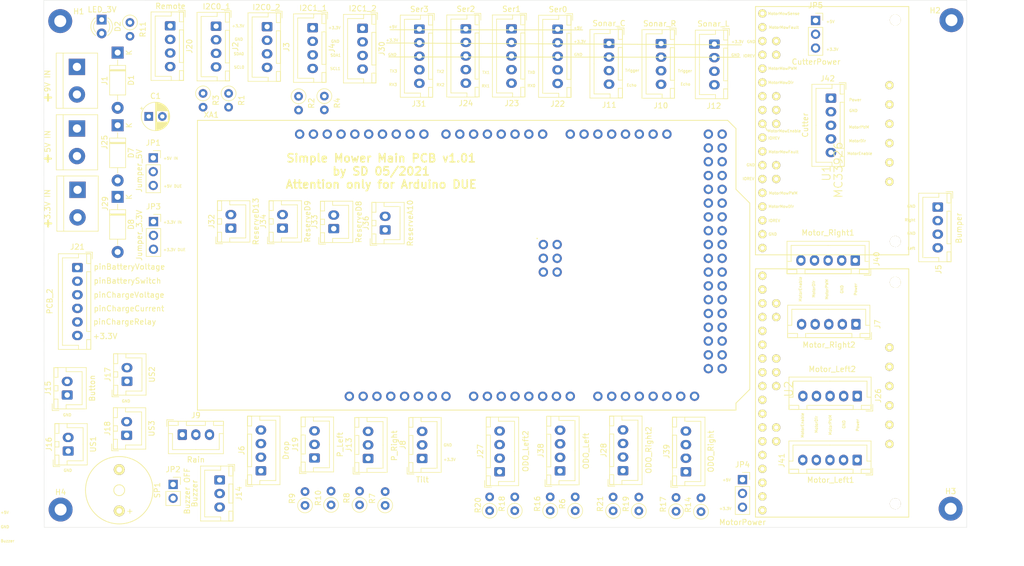
<source format=kicad_pcb>
(kicad_pcb (version 20171130) (host pcbnew "(5.1.9)-1")
  (layers (0 F.Cu signal) (31 B.Cu signal) (34 B.Paste user) (35 F.Paste user) (36 B.SilkS user) (37 F.SilkS user) (38 B.Mask user) (39 F.Mask user) (44 Edge.Cuts user))
  (net 0 "")
  (net 1 SCL1)
  (net 2 SDA1)
  (net 3 GND)
  (net 4 +9V)
  (net 5 pinMotorRightSense)
  (net 6 pinMotorRightFault)
  (net 7 IOREV)
  (net 8 pinMotorRightPWM)
  (net 9 pinMotorEnable)
  (net 10 pinMotorRightDir)
  (net 11 pinMotorLeftSense)
  (net 12 pinMotorLeftFault)
  (net 13 pinMotorLeftPWM)
  (net 14 pinMotorLeftDir)
  (net 15 pinMotorMowSense)
  (net 16 pinMotorMowFault)
  (net 17 pinMotorMowPWM)
  (net 18 pinMotorMowDir)
  (net 19 pinMotorMowEnable)
  (net 20 pinDropLeft)
  (net 21 pinBumperLeft)
  (net 22 pinBumperRight)
  (net 23 pinDropRight)
  (net 24 pinBuzzer)
  (net 25 pinRemoteSwitch)
  (net 26 pinButton)
  (net 27 pinUserSwitch3)
  (net 28 pinUserSwitch2)
  (net 29 pinUserSwitch1)
  (net 30 pinRain)
  (net 31 pinSonarLeftEcho)
  (net 32 pinTilt)
  (net 33 pinSonarLeftTrigger)
  (net 34 pinSonarRightEcho)
  (net 35 pinSonarRightTrigger)
  (net 36 pinSonarCenterTrigger)
  (net 37 pinSonarCenterEcho)
  (net 38 pinChargeVoltage)
  (net 39 pinChargeCurrent)
  (net 40 pinPerimeterLeft)
  (net 41 pinPerimeterRight)
  (net 42 pinBatteryVoltage)
  (net 43 pinRemoteSteer)
  (net 44 pinRemoteMow)
  (net 45 pinRemoteSpeed)
  (net 46 pinBatterySwitch)
  (net 47 SCL0)
  (net 48 SDA0)
  (net 49 "Net-(C1-Pad2)")
  (net 50 TX0)
  (net 51 RX0)
  (net 52 TX2)
  (net 53 RX2)
  (net 54 TX1)
  (net 55 RX1)
  (net 56 +5V)
  (net 57 +3V3)
  (net 58 "Net-(D1-Pad2)")
  (net 59 "Net-(D2-Pad2)")
  (net 60 "Net-(J13-Pad3)")
  (net 61 "Net-(JP2-Pad2)")
  (net 62 "Net-(J26-Pad1)")
  (net 63 "Net-(J19-Pad3)")
  (net 64 "Net-(J27-Pad1)")
  (net 65 "Net-(J28-Pad1)")
  (net 66 "Net-(D7-Pad2)")
  (net 67 "Net-(D7-Pad1)")
  (net 68 "Net-(D8-Pad2)")
  (net 69 "Net-(D8-Pad1)")
  (net 70 DUE_5V)
  (net 71 DUE_3.3V)
  (net 72 RX3)
  (net 73 TX3)
  (net 74 pinReserveA10)
  (net 75 pinReserveD9)
  (net 76 pinReserveD8)
  (net 77 "Net-(J38-Pad1)")
  (net 78 "Net-(J39-Pad1)")
  (net 79 pinOdometryRight)
  (net 80 pinOdometryLeft)
  (net 81 "Net-(J42-Pad1)")
  (net 82 pinOdometryRight2)
  (net 83 pinOdometryLeft2)
  (net 84 pinMotorRight2Dir)
  (net 85 pinMotorRight2PWM)
  (net 86 pinMotorLeft2Dir)
  (net 87 pinMotorLeft2PWM)
  (net 88 pinMotorRight2Enable)
  (net 89 pinMotorLeft2Enable)
  (net 90 pinReserveD13)
  (net 91 pinMotorLeftEnable)
  (net 92 pinMotorMow1Sense)
  (net 93 pinChargeEnable)
  (module Connector_JST:JST_XH_B5B-XH-A_1x05_P2.50mm_Vertical (layer F.Cu) (at 183.58 52.63 270)
    (fp_text reference J42 (at -3.61 0.61) (layer F.SilkS))
    (fp_text value Cutter (at 4.97 4.72 90) (layer F.SilkS))
    (pad 5 thru_hole oval (at 10 0 270) (size 1.7 1.95) (drill 0.95) (layers *.Cu *.Mask) (net 19 pinMotorMowEnable))
    (pad 4 thru_hole oval (at 7.5 0 270) (size 1.7 1.95) (drill 0.95) (layers *.Cu *.Mask) (net 18 pinMotorMowDir))
    (pad 3 thru_hole oval (at 5 0 270) (size 1.7 1.95) (drill 0.95) (layers *.Cu *.Mask) (net 17 pinMotorMowPWM))
    (pad 2 thru_hole oval (at 2.5 0 270) (size 1.7 1.95) (drill 0.95) (layers *.Cu *.Mask) (net 3 GND))
    (pad 1 thru_hole roundrect (at 0 0 270) (size 1.7 1.95) (drill 0.95) (layers *.Cu *.Mask) (roundrect_rratio 0.147059) (net 81 "Net-(J42-Pad1)"))
  )
  (module Connector_JST:JST_XH_B5B-XH-A_1x05_P2.50mm_Vertical (layer F.Cu) (at 188.4 119.25 180)
    (fp_text reference J41 (at 13.87 -0.07 90) (layer F.SilkS))
    (fp_text value Motor_Left1 (at 4.87 -3.67) (layer F.SilkS))
    (pad 5 thru_hole oval (at 10 0 180) (size 1.7 1.95) (drill 0.95) (layers *.Cu *.Mask) (net 91 pinMotorLeftEnable))
    (pad 4 thru_hole oval (at 7.5 0 180) (size 1.7 1.95) (drill 0.95) (layers *.Cu *.Mask) (net 14 pinMotorLeftDir))
    (pad 3 thru_hole oval (at 5 0 180) (size 1.7 1.95) (drill 0.95) (layers *.Cu *.Mask) (net 13 pinMotorLeftPWM))
    (pad 2 thru_hole oval (at 2.5 0 180) (size 1.7 1.95) (drill 0.95) (layers *.Cu *.Mask) (net 3 GND))
    (pad 1 thru_hole roundrect (at 0 0 180) (size 1.7 1.95) (drill 0.95) (layers *.Cu *.Mask) (roundrect_rratio 0.147059) (net 62 "Net-(J26-Pad1)"))
  )
  (module Connector_JST:JST_XH_B5B-XH-A_1x05_P2.50mm_Vertical (layer F.Cu) (at 188.06 82.49 180)
    (fp_text reference J40 (at -3.92 0.25 90) (layer F.SilkS))
    (fp_text value Motor_Right1 (at 5.02 5.09) (layer F.SilkS))
    (pad 5 thru_hole oval (at 10 0 180) (size 1.7 1.95) (drill 0.95) (layers *.Cu *.Mask) (net 9 pinMotorEnable))
    (pad 4 thru_hole oval (at 7.5 0 180) (size 1.7 1.95) (drill 0.95) (layers *.Cu *.Mask) (net 10 pinMotorRightDir))
    (pad 3 thru_hole oval (at 5 0 180) (size 1.7 1.95) (drill 0.95) (layers *.Cu *.Mask) (net 8 pinMotorRightPWM))
    (pad 2 thru_hole oval (at 2.5 0 180) (size 1.7 1.95) (drill 0.95) (layers *.Cu *.Mask) (net 3 GND))
    (pad 1 thru_hole roundrect (at 0 0 180) (size 1.7 1.95) (drill 0.95) (layers *.Cu *.Mask) (roundrect_rratio 0.147059) (net 62 "Net-(J26-Pad1)"))
  )
  (module Connector_JST:JST_XH_B4B-XH-A_1x04_P2.50mm_Vertical (layer F.Cu) (at 156.9 121.42 90)
    (fp_text reference J39 (at 3.75 -3.55 90) (layer F.SilkS))
    (fp_text value ODO_Right (at 3.75 4.6 90) (layer F.SilkS))
    (pad 4 thru_hole oval (at 7.5 0 90) (size 1.7 1.95) (drill 0.95) (layers *.Cu *.Mask) (net 57 +3V3))
    (pad 3 thru_hole oval (at 5 0 90) (size 1.7 1.95) (drill 0.95) (layers *.Cu *.Mask) (net 56 +5V))
    (pad 2 thru_hole oval (at 2.5 0 90) (size 1.7 1.95) (drill 0.95) (layers *.Cu *.Mask) (net 3 GND))
    (pad 1 thru_hole roundrect (at 0 0 90) (size 1.7 1.95) (drill 0.95) (layers *.Cu *.Mask) (roundrect_rratio 0.147059) (net 78 "Net-(J39-Pad1)"))
  )
  (module Connector_JST:JST_XH_B4B-XH-A_1x04_P2.50mm_Vertical (layer F.Cu) (at 133.75 121.26 90)
    (fp_text reference J38 (at 3.75 -3.55 90) (layer F.SilkS))
    (fp_text value ODO_Left (at 3.67 4.78 90) (layer F.SilkS))
    (pad 4 thru_hole oval (at 7.5 0 90) (size 1.7 1.95) (drill 0.95) (layers *.Cu *.Mask) (net 57 +3V3))
    (pad 3 thru_hole oval (at 5 0 90) (size 1.7 1.95) (drill 0.95) (layers *.Cu *.Mask) (net 56 +5V))
    (pad 2 thru_hole oval (at 2.5 0 90) (size 1.7 1.95) (drill 0.95) (layers *.Cu *.Mask) (net 3 GND))
    (pad 1 thru_hole roundrect (at 0 0 90) (size 1.7 1.95) (drill 0.95) (layers *.Cu *.Mask) (roundrect_rratio 0.147059) (net 77 "Net-(J38-Pad1)"))
  )
  (module Connector_JST:JST_XH_B2B-XH-A_1x02_P2.50mm_Vertical (layer F.Cu) (at 101.58 76.88 90)
    (fp_text reference J36 (at 1.25 -3.55 90) (layer F.SilkS))
    (fp_text value ReserveA10 (at 1.25 4.6 90) (layer F.SilkS))
    (pad 2 thru_hole oval (at 2.5 0 90) (size 1.7 2) (drill 1) (layers *.Cu *.Mask) (net 74 pinReserveA10))
    (pad 1 thru_hole roundrect (at 0 0 90) (size 1.7 2) (drill 1) (layers *.Cu *.Mask) (roundrect_rratio 0.147059) (net 3 GND))
  )
  (module Connector_JST:JST_XH_B2B-XH-A_1x02_P2.50mm_Vertical (layer F.Cu) (at 82.69 76.57 90)
    (fp_text reference J34 (at 1.25 -3.55 90) (layer F.SilkS))
    (fp_text value ReserveD9 (at 1.25 4.6 90) (layer F.SilkS))
    (pad 2 thru_hole oval (at 2.5 0 90) (size 1.7 2) (drill 1) (layers *.Cu *.Mask) (net 75 pinReserveD9))
    (pad 1 thru_hole roundrect (at 0 0 90) (size 1.7 2) (drill 1) (layers *.Cu *.Mask) (roundrect_rratio 0.147059) (net 3 GND))
  )
  (module Connector_JST:JST_XH_B2B-XH-A_1x02_P2.50mm_Vertical (layer F.Cu) (at 92.12 76.65 90)
    (fp_text reference J33 (at 1.25 -3.55 90) (layer F.SilkS))
    (fp_text value ReserveD8 (at 1.25 4.6 90) (layer F.SilkS))
    (pad 2 thru_hole oval (at 2.5 0 90) (size 1.7 2) (drill 1) (layers *.Cu *.Mask) (net 76 pinReserveD8))
    (pad 1 thru_hole roundrect (at 0 0 90) (size 1.7 2) (drill 1) (layers *.Cu *.Mask) (roundrect_rratio 0.147059) (net 3 GND))
  )
  (module Connector_JST:JST_XH_B2B-XH-A_1x02_P2.50mm_Vertical (layer F.Cu) (at 73.19 76.57 90)
    (fp_text reference J32 (at 1.25 -3.55 90) (layer F.SilkS))
    (fp_text value ReserveD13 (at 1.25 4.6 90) (layer F.SilkS))
    (pad 2 thru_hole oval (at 2.5 0 90) (size 1.7 2) (drill 1) (layers *.Cu *.Mask) (net 90 pinReserveD13))
    (pad 1 thru_hole roundrect (at 0 0 90) (size 1.7 2) (drill 1) (layers *.Cu *.Mask) (roundrect_rratio 0.147059) (net 3 GND))
  )
  (module Connector_JST:JST_XH_B5B-XH-A_1x05_P2.50mm_Vertical (layer F.Cu) (at 107.87 39.9 270)
    (fp_text reference J31 (at 13.76 0.08) (layer F.SilkS))
    (fp_text value Ser3 (at -3.65 0) (layer F.SilkS))
    (pad 5 thru_hole oval (at 10 0 270) (size 1.7 1.95) (drill 0.95) (layers *.Cu *.Mask) (net 72 RX3))
    (pad 4 thru_hole oval (at 7.5 0 270) (size 1.7 1.95) (drill 0.95) (layers *.Cu *.Mask) (net 73 TX3))
    (pad 3 thru_hole oval (at 5 0 270) (size 1.7 1.95) (drill 0.95) (layers *.Cu *.Mask) (net 3 GND))
    (pad 2 thru_hole oval (at 2.5 0 270) (size 1.7 1.95) (drill 0.95) (layers *.Cu *.Mask) (net 57 +3V3))
    (pad 1 thru_hole roundrect (at 0 0 270) (size 1.7 1.95) (drill 0.95) (layers *.Cu *.Mask) (roundrect_rratio 0.147059) (net 56 +5V))
  )
  (module Connector_JST:JST_XH_B4B-XH-A_1x04_P2.50mm_Vertical (layer F.Cu) (at 97.42 39.77 270)
    (fp_text reference J30 (at 3.75 -3.55 90) (layer F.SilkS))
    (fp_text value I2C1_2 (at -3.65 -0.02) (layer F.SilkS))
    (pad 4 thru_hole oval (at 7.5 0 270) (size 1.7 1.95) (drill 0.95) (layers *.Cu *.Mask) (net 1 SCL1))
    (pad 3 thru_hole oval (at 5 0 270) (size 1.7 1.95) (drill 0.95) (layers *.Cu *.Mask) (net 2 SDA1))
    (pad 2 thru_hole oval (at 2.5 0 270) (size 1.7 1.95) (drill 0.95) (layers *.Cu *.Mask) (net 3 GND))
    (pad 1 thru_hole roundrect (at 0 0 270) (size 1.7 1.95) (drill 0.95) (layers *.Cu *.Mask) (roundrect_rratio 0.147059) (net 57 +3V3))
  )
  (module Connector_JST:JST_XH_B4B-XH-A_1x04_P2.50mm_Vertical (layer F.Cu) (at 145.33 121.21 90)
    (fp_text reference J28 (at 3.75 -3.55 90) (layer F.SilkS))
    (fp_text value ODO_Right2 (at 3.8 4.72 90) (layer F.SilkS))
    (pad 4 thru_hole oval (at 7.5 0 90) (size 1.7 1.95) (drill 0.95) (layers *.Cu *.Mask) (net 57 +3V3))
    (pad 3 thru_hole oval (at 5 0 90) (size 1.7 1.95) (drill 0.95) (layers *.Cu *.Mask) (net 56 +5V))
    (pad 2 thru_hole oval (at 2.5 0 90) (size 1.7 1.95) (drill 0.95) (layers *.Cu *.Mask) (net 3 GND))
    (pad 1 thru_hole roundrect (at 0 0 90) (size 1.7 1.95) (drill 0.95) (layers *.Cu *.Mask) (roundrect_rratio 0.147059) (net 65 "Net-(J28-Pad1)"))
  )
  (module Connector_JST:JST_XH_B4B-XH-A_1x04_P2.50mm_Vertical (layer F.Cu) (at 122.63 121.41 90)
    (fp_text reference J27 (at 3.75 -3.55 90) (layer F.SilkS))
    (fp_text value ODO_Left2 (at 3.79 4.79 90) (layer F.SilkS))
    (pad 4 thru_hole oval (at 7.5 0 90) (size 1.7 1.95) (drill 0.95) (layers *.Cu *.Mask) (net 57 +3V3))
    (pad 3 thru_hole oval (at 5 0 90) (size 1.7 1.95) (drill 0.95) (layers *.Cu *.Mask) (net 56 +5V))
    (pad 2 thru_hole oval (at 2.5 0 90) (size 1.7 1.95) (drill 0.95) (layers *.Cu *.Mask) (net 3 GND))
    (pad 1 thru_hole roundrect (at 0 0 90) (size 1.7 1.95) (drill 0.95) (layers *.Cu *.Mask) (roundrect_rratio 0.147059) (net 64 "Net-(J27-Pad1)"))
  )
  (module Connector_JST:JST_XH_B5B-XH-A_1x05_P2.50mm_Vertical (layer F.Cu) (at 188.42 107.48 180)
    (fp_text reference J26 (at -3.86 0.07 90) (layer F.SilkS))
    (fp_text value Motor_Left2 (at 4.59 4.96) (layer F.SilkS))
    (pad 5 thru_hole oval (at 10 0 180) (size 1.7 1.95) (drill 0.95) (layers *.Cu *.Mask) (net 89 pinMotorLeft2Enable))
    (pad 4 thru_hole oval (at 7.5 0 180) (size 1.7 1.95) (drill 0.95) (layers *.Cu *.Mask) (net 86 pinMotorLeft2Dir))
    (pad 3 thru_hole oval (at 5 0 180) (size 1.7 1.95) (drill 0.95) (layers *.Cu *.Mask) (net 87 pinMotorLeft2PWM))
    (pad 2 thru_hole oval (at 2.5 0 180) (size 1.7 1.95) (drill 0.95) (layers *.Cu *.Mask) (net 3 GND))
    (pad 1 thru_hole roundrect (at 0 0 180) (size 1.7 1.95) (drill 0.95) (layers *.Cu *.Mask) (roundrect_rratio 0.147059) (net 62 "Net-(J26-Pad1)"))
  )
  (module Connector_JST:JST_XH_B5B-XH-A_1x05_P2.50mm_Vertical (layer F.Cu) (at 116.42 39.87 270)
    (fp_text reference J24 (at 13.7 -0.01) (layer F.SilkS))
    (fp_text value Ser2 (at -3.65 0) (layer F.SilkS))
    (pad 5 thru_hole oval (at 10 0 270) (size 1.7 1.95) (drill 0.95) (layers *.Cu *.Mask) (net 53 RX2))
    (pad 4 thru_hole oval (at 7.5 0 270) (size 1.7 1.95) (drill 0.95) (layers *.Cu *.Mask) (net 52 TX2))
    (pad 3 thru_hole oval (at 5 0 270) (size 1.7 1.95) (drill 0.95) (layers *.Cu *.Mask) (net 3 GND))
    (pad 2 thru_hole oval (at 2.5 0 270) (size 1.7 1.95) (drill 0.95) (layers *.Cu *.Mask) (net 57 +3V3))
    (pad 1 thru_hole roundrect (at 0 0 270) (size 1.7 1.95) (drill 0.95) (layers *.Cu *.Mask) (roundrect_rratio 0.147059) (net 56 +5V))
  )
  (module Connector_JST:JST_XH_B5B-XH-A_1x05_P2.50mm_Vertical (layer F.Cu) (at 124.82 39.87 270)
    (fp_text reference J23 (at 13.7 -0.06) (layer F.SilkS))
    (fp_text value Ser1 (at -3.65 0) (layer F.SilkS))
    (pad 5 thru_hole oval (at 10 0 270) (size 1.7 1.95) (drill 0.95) (layers *.Cu *.Mask) (net 55 RX1))
    (pad 4 thru_hole oval (at 7.5 0 270) (size 1.7 1.95) (drill 0.95) (layers *.Cu *.Mask) (net 54 TX1))
    (pad 3 thru_hole oval (at 5 0 270) (size 1.7 1.95) (drill 0.95) (layers *.Cu *.Mask) (net 3 GND))
    (pad 2 thru_hole oval (at 2.5 0 270) (size 1.7 1.95) (drill 0.95) (layers *.Cu *.Mask) (net 57 +3V3))
    (pad 1 thru_hole roundrect (at 0 0 270) (size 1.7 1.95) (drill 0.95) (layers *.Cu *.Mask) (roundrect_rratio 0.147059) (net 56 +5V))
  )
  (module Connector_JST:JST_XH_B5B-XH-A_1x05_P2.50mm_Vertical (layer F.Cu) (at 133.31 39.92 270)
    (fp_text reference J22 (at 13.76 0) (layer F.SilkS))
    (fp_text value Ser0 (at -3.64 -0.06) (layer F.SilkS))
    (pad 5 thru_hole oval (at 10 0 270) (size 1.7 1.95) (drill 0.95) (layers *.Cu *.Mask) (net 51 RX0))
    (pad 4 thru_hole oval (at 7.5 0 270) (size 1.7 1.95) (drill 0.95) (layers *.Cu *.Mask) (net 50 TX0))
    (pad 3 thru_hole oval (at 5 0 270) (size 1.7 1.95) (drill 0.95) (layers *.Cu *.Mask) (net 3 GND))
    (pad 2 thru_hole oval (at 2.5 0 270) (size 1.7 1.95) (drill 0.95) (layers *.Cu *.Mask) (net 57 +3V3))
    (pad 1 thru_hole roundrect (at 0 0 270) (size 1.7 1.95) (drill 0.95) (layers *.Cu *.Mask) (roundrect_rratio 0.147059) (net 56 +5V))
  )
  (module Connector_JST:JST_XH_B6B-XH-A_1x06_P2.50mm_Vertical (layer F.Cu) (at 44.97 83.83 270)
    (fp_text reference J21 (at -3.82 0) (layer F.SilkS))
    (fp_text value PCB_2 (at 6.2 5.09 90) (layer F.SilkS))
    (pad 6 thru_hole oval (at 12.5 0 270) (size 1.7 1.95) (drill 0.95) (layers *.Cu *.Mask) (net 57 +3V3))
    (pad 5 thru_hole oval (at 10 0 270) (size 1.7 1.95) (drill 0.95) (layers *.Cu *.Mask) (net 93 pinChargeEnable))
    (pad 4 thru_hole oval (at 7.5 0 270) (size 1.7 1.95) (drill 0.95) (layers *.Cu *.Mask) (net 39 pinChargeCurrent))
    (pad 3 thru_hole oval (at 5 0 270) (size 1.7 1.95) (drill 0.95) (layers *.Cu *.Mask) (net 38 pinChargeVoltage))
    (pad 2 thru_hole oval (at 2.5 0 270) (size 1.7 1.95) (drill 0.95) (layers *.Cu *.Mask) (net 46 pinBatterySwitch))
    (pad 1 thru_hole roundrect (at 0 0 270) (size 1.7 1.95) (drill 0.95) (layers *.Cu *.Mask) (roundrect_rratio 0.147059) (net 42 pinBatteryVoltage))
  )
  (module Connector_JST:JST_XH_B4B-XH-A_1x04_P2.50mm_Vertical (layer F.Cu) (at 62.03 39.31 270)
    (fp_text reference J20 (at 3.75 -3.55 90) (layer F.SilkS))
    (fp_text value Remote (at -3.62 -0.05) (layer F.SilkS))
    (pad 4 thru_hole oval (at 7.5 0 270) (size 1.7 1.95) (drill 0.95) (layers *.Cu *.Mask) (net 25 pinRemoteSwitch))
    (pad 3 thru_hole oval (at 5 0 270) (size 1.7 1.95) (drill 0.95) (layers *.Cu *.Mask) (net 44 pinRemoteMow))
    (pad 2 thru_hole oval (at 2.5 0 270) (size 1.7 1.95) (drill 0.95) (layers *.Cu *.Mask) (net 43 pinRemoteSteer))
    (pad 1 thru_hole roundrect (at 0 0 270) (size 1.7 1.95) (drill 0.95) (layers *.Cu *.Mask) (roundrect_rratio 0.147059) (net 45 pinRemoteSpeed))
  )
  (module Connector_JST:JST_XH_B3B-XH-A_1x03_P2.50mm_Vertical (layer F.Cu) (at 88.58 118.88 90)
    (fp_text reference J19 (at 2.5 -3.55 90) (layer F.SilkS))
    (fp_text value P_Left (at 2.46 4.7 90) (layer F.SilkS))
    (pad 3 thru_hole oval (at 5 0 90) (size 1.7 1.95) (drill 0.95) (layers *.Cu *.Mask) (net 63 "Net-(J19-Pad3)"))
    (pad 2 thru_hole oval (at 2.5 0 90) (size 1.7 1.95) (drill 0.95) (layers *.Cu *.Mask) (net 3 GND))
    (pad 1 thru_hole roundrect (at 0 0 90) (size 1.7 1.95) (drill 0.95) (layers *.Cu *.Mask) (roundrect_rratio 0.147059) (net 56 +5V))
  )
  (module Connector_JST:JST_XH_B2B-XH-A_1x02_P2.50mm_Vertical (layer F.Cu) (at 54.03 114.69 90)
    (fp_text reference J18 (at 1.25 -3.55 90) (layer F.SilkS))
    (fp_text value US3 (at 1.25 4.6 90) (layer F.SilkS))
    (pad 2 thru_hole oval (at 2.5 0 90) (size 1.7 2) (drill 1) (layers *.Cu *.Mask) (net 27 pinUserSwitch3))
    (pad 1 thru_hole roundrect (at 0 0 90) (size 1.7 2) (drill 1) (layers *.Cu *.Mask) (roundrect_rratio 0.147059) (net 3 GND))
  )
  (module Connector_JST:JST_XH_B2B-XH-A_1x02_P2.50mm_Vertical (layer F.Cu) (at 54.09 104.75 90)
    (fp_text reference J17 (at 1.25 -3.55 90) (layer F.SilkS))
    (fp_text value US2 (at 1.25 4.6 90) (layer F.SilkS))
    (pad 2 thru_hole oval (at 2.5 0 90) (size 1.7 2) (drill 1) (layers *.Cu *.Mask) (net 28 pinUserSwitch2))
    (pad 1 thru_hole roundrect (at 0 0 90) (size 1.7 2) (drill 1) (layers *.Cu *.Mask) (roundrect_rratio 0.147059) (net 3 GND))
  )
  (module Connector_JST:JST_XH_B2B-XH-A_1x02_P2.50mm_Vertical (layer F.Cu) (at 43.27 117.6 90)
    (fp_text reference J16 (at 1.25 -3.55 90) (layer F.SilkS))
    (fp_text value US1 (at 1.25 4.6 90) (layer F.SilkS))
    (pad 2 thru_hole oval (at 2.5 0 90) (size 1.7 2) (drill 1) (layers *.Cu *.Mask) (net 29 pinUserSwitch1))
    (pad 1 thru_hole roundrect (at 0 0 90) (size 1.7 2) (drill 1) (layers *.Cu *.Mask) (roundrect_rratio 0.147059) (net 3 GND))
  )
  (module Connector_JST:JST_XH_B2B-XH-A_1x02_P2.50mm_Vertical (layer F.Cu) (at 43.09 107.28 90)
    (fp_text reference J15 (at 1.25 -3.55 90) (layer F.SilkS))
    (fp_text value Button (at 1.25 4.6 90) (layer F.SilkS))
    (pad 2 thru_hole oval (at 2.5 0 90) (size 1.7 2) (drill 1) (layers *.Cu *.Mask) (net 26 pinButton))
    (pad 1 thru_hole roundrect (at 0 0 90) (size 1.7 2) (drill 1) (layers *.Cu *.Mask) (roundrect_rratio 0.147059) (net 3 GND))
  )
  (module Connector_JST:JST_XH_B3B-XH-A_1x03_P2.50mm_Vertical (layer F.Cu) (at 71.13 122.92 270)
    (fp_text reference J14 (at 2.5 -3.55 90) (layer F.SilkS))
    (fp_text value Buzzer (at 2.5 4.6 90) (layer F.SilkS))
    (pad 3 thru_hole oval (at 5 0 270) (size 1.7 1.95) (drill 0.95) (layers *.Cu *.Mask) (net 24 pinBuzzer))
    (pad 2 thru_hole oval (at 2.5 0 270) (size 1.7 1.95) (drill 0.95) (layers *.Cu *.Mask) (net 3 GND))
    (pad 1 thru_hole roundrect (at 0 0 270) (size 1.7 1.95) (drill 0.95) (layers *.Cu *.Mask) (roundrect_rratio 0.147059) (net 56 +5V))
  )
  (module Connector_JST:JST_XH_B3B-XH-A_1x03_P2.50mm_Vertical (layer F.Cu) (at 98.44 118.97 90)
    (fp_text reference J13 (at 2.5 -3.55 90) (layer F.SilkS))
    (fp_text value P_Right (at 2.36 4.82 90) (layer F.SilkS))
    (pad 3 thru_hole oval (at 5 0 90) (size 1.7 1.95) (drill 0.95) (layers *.Cu *.Mask) (net 60 "Net-(J13-Pad3)"))
    (pad 2 thru_hole oval (at 2.5 0 90) (size 1.7 1.95) (drill 0.95) (layers *.Cu *.Mask) (net 3 GND))
    (pad 1 thru_hole roundrect (at 0 0 90) (size 1.7 1.95) (drill 0.95) (layers *.Cu *.Mask) (roundrect_rratio 0.147059) (net 56 +5V))
  )
  (module Connector_JST:JST_XH_B4B-XH-A_1x04_P2.50mm_Vertical (layer F.Cu) (at 162.14 42.67 270)
    (fp_text reference J12 (at 11.39 0.09) (layer F.SilkS))
    (fp_text value Sonar_L (at -3.74 0.18) (layer F.SilkS))
    (pad 4 thru_hole oval (at 7.5 0 270) (size 1.7 1.95) (drill 0.95) (layers *.Cu *.Mask) (net 31 pinSonarLeftEcho))
    (pad 3 thru_hole oval (at 5 0 270) (size 1.7 1.95) (drill 0.95) (layers *.Cu *.Mask) (net 33 pinSonarLeftTrigger))
    (pad 2 thru_hole oval (at 2.5 0 270) (size 1.7 1.95) (drill 0.95) (layers *.Cu *.Mask) (net 3 GND))
    (pad 1 thru_hole roundrect (at 0 0 270) (size 1.7 1.95) (drill 0.95) (layers *.Cu *.Mask) (roundrect_rratio 0.147059) (net 57 +3V3))
  )
  (module Connector_JST:JST_XH_B4B-XH-A_1x04_P2.50mm_Vertical (layer F.Cu) (at 142.76 42.55 270)
    (fp_text reference J11 (at 11.33 -0.04) (layer F.SilkS))
    (fp_text value Sonar_C (at -3.7 0) (layer F.SilkS))
    (pad 4 thru_hole oval (at 7.5 0 270) (size 1.7 1.95) (drill 0.95) (layers *.Cu *.Mask) (net 37 pinSonarCenterEcho))
    (pad 3 thru_hole oval (at 5 0 270) (size 1.7 1.95) (drill 0.95) (layers *.Cu *.Mask) (net 36 pinSonarCenterTrigger))
    (pad 2 thru_hole oval (at 2.5 0 270) (size 1.7 1.95) (drill 0.95) (layers *.Cu *.Mask) (net 3 GND))
    (pad 1 thru_hole roundrect (at 0 0 270) (size 1.7 1.95) (drill 0.95) (layers *.Cu *.Mask) (roundrect_rratio 0.147059) (net 57 +3V3))
  )
  (module Connector_JST:JST_XH_B4B-XH-A_1x04_P2.50mm_Vertical (layer F.Cu) (at 152.33 42.58 270)
    (fp_text reference J10 (at 11.42 0.04) (layer F.SilkS))
    (fp_text value Sonar_R (at -3.68 0.26) (layer F.SilkS))
    (pad 4 thru_hole oval (at 7.5 0 270) (size 1.7 1.95) (drill 0.95) (layers *.Cu *.Mask) (net 34 pinSonarRightEcho))
    (pad 3 thru_hole oval (at 5 0 270) (size 1.7 1.95) (drill 0.95) (layers *.Cu *.Mask) (net 35 pinSonarRightTrigger))
    (pad 2 thru_hole oval (at 2.5 0 270) (size 1.7 1.95) (drill 0.95) (layers *.Cu *.Mask) (net 3 GND))
    (pad 1 thru_hole roundrect (at 0 0 270) (size 1.7 1.95) (drill 0.95) (layers *.Cu *.Mask) (roundrect_rratio 0.147059) (net 57 +3V3))
  )
  (module Connector_JST:JST_XH_B3B-XH-A_1x03_P2.50mm_Vertical (layer F.Cu) (at 64.26 114.58)
    (fp_text reference J9 (at 2.5 -3.55) (layer F.SilkS))
    (fp_text value Rain (at 2.5 4.6) (layer F.SilkS))
    (pad 3 thru_hole oval (at 5 0) (size 1.7 1.95) (drill 0.95) (layers *.Cu *.Mask) (net 30 pinRain))
    (pad 2 thru_hole oval (at 2.5 0) (size 1.7 1.95) (drill 0.95) (layers *.Cu *.Mask) (net 3 GND))
    (pad 1 thru_hole roundrect (at 0 0) (size 1.7 1.95) (drill 0.95) (layers *.Cu *.Mask) (roundrect_rratio 0.147059) (net 57 +3V3))
  )
  (module Connector_JST:JST_XH_B3B-XH-A_1x03_P2.50mm_Vertical (layer F.Cu) (at 108.38 118.97 90)
    (fp_text reference J8 (at 2.5 -3.55 90) (layer F.SilkS))
    (fp_text value Tilt (at -3.9 0.05) (layer F.SilkS))
    (pad 3 thru_hole oval (at 5 0 90) (size 1.7 1.95) (drill 0.95) (layers *.Cu *.Mask) (net 32 pinTilt))
    (pad 2 thru_hole oval (at 2.5 0 90) (size 1.7 1.95) (drill 0.95) (layers *.Cu *.Mask) (net 3 GND))
    (pad 1 thru_hole roundrect (at 0 0 90) (size 1.7 1.95) (drill 0.95) (layers *.Cu *.Mask) (roundrect_rratio 0.147059) (net 57 +3V3))
  )
  (module Connector_JST:JST_XH_B5B-XH-A_1x05_P2.50mm_Vertical (layer F.Cu) (at 188.18 94.25 180)
    (fp_text reference J7 (at -3.98 0 90) (layer F.SilkS))
    (fp_text value Motor_Right2 (at 4.96 -3.8) (layer F.SilkS))
    (pad 5 thru_hole oval (at 10 0 180) (size 1.7 1.95) (drill 0.95) (layers *.Cu *.Mask) (net 88 pinMotorRight2Enable))
    (pad 4 thru_hole oval (at 7.5 0 180) (size 1.7 1.95) (drill 0.95) (layers *.Cu *.Mask) (net 84 pinMotorRight2Dir))
    (pad 3 thru_hole oval (at 5 0 180) (size 1.7 1.95) (drill 0.95) (layers *.Cu *.Mask) (net 85 pinMotorRight2PWM))
    (pad 2 thru_hole oval (at 2.5 0 180) (size 1.7 1.95) (drill 0.95) (layers *.Cu *.Mask) (net 3 GND))
    (pad 1 thru_hole roundrect (at 0 0 180) (size 1.7 1.95) (drill 0.95) (layers *.Cu *.Mask) (roundrect_rratio 0.147059) (net 62 "Net-(J26-Pad1)"))
  )
  (module Connector_JST:JST_XH_B4B-XH-A_1x04_P2.50mm_Vertical (layer F.Cu) (at 78.72 121.23 90)
    (fp_text reference J6 (at 3.75 -3.55 90) (layer F.SilkS))
    (fp_text value Drop (at 3.75 4.6 90) (layer F.SilkS))
    (pad 4 thru_hole oval (at 7.5 0 90) (size 1.7 1.95) (drill 0.95) (layers *.Cu *.Mask) (net 23 pinDropRight))
    (pad 3 thru_hole oval (at 5 0 90) (size 1.7 1.95) (drill 0.95) (layers *.Cu *.Mask) (net 3 GND))
    (pad 2 thru_hole oval (at 2.5 0 90) (size 1.7 1.95) (drill 0.95) (layers *.Cu *.Mask) (net 20 pinDropLeft))
    (pad 1 thru_hole roundrect (at 0 0 90) (size 1.7 1.95) (drill 0.95) (layers *.Cu *.Mask) (roundrect_rratio 0.147059) (net 3 GND))
  )
  (module Connector_JST:JST_XH_B4B-XH-A_1x04_P2.50mm_Vertical (layer F.Cu) (at 203.23 72.68 270)
    (fp_text reference J5 (at 11.47 -0.15 90) (layer F.SilkS))
    (fp_text value Bumper (at 3.88 -3.88 90) (layer F.SilkS))
    (pad 4 thru_hole oval (at 7.5 0 270) (size 1.7 1.95) (drill 0.95) (layers *.Cu *.Mask) (net 21 pinBumperLeft))
    (pad 3 thru_hole oval (at 5 0 270) (size 1.7 1.95) (drill 0.95) (layers *.Cu *.Mask) (net 3 GND))
    (pad 2 thru_hole oval (at 2.5 0 270) (size 1.7 1.95) (drill 0.95) (layers *.Cu *.Mask) (net 22 pinBumperRight))
    (pad 1 thru_hole roundrect (at 0 0 270) (size 1.7 1.95) (drill 0.95) (layers *.Cu *.Mask) (roundrect_rratio 0.147059) (net 3 GND))
  )
  (module Connector_JST:JST_XH_B4B-XH-A_1x04_P2.50mm_Vertical (layer F.Cu) (at 88.24 39.66 270)
    (fp_text reference J4 (at 3.75 -3.55 90) (layer F.SilkS))
    (fp_text value I2C1_1 (at -3.62 -0.1) (layer F.SilkS))
    (pad 4 thru_hole oval (at 7.5 0 270) (size 1.7 1.95) (drill 0.95) (layers *.Cu *.Mask) (net 1 SCL1))
    (pad 3 thru_hole oval (at 5 0 270) (size 1.7 1.95) (drill 0.95) (layers *.Cu *.Mask) (net 2 SDA1))
    (pad 2 thru_hole oval (at 2.5 0 270) (size 1.7 1.95) (drill 0.95) (layers *.Cu *.Mask) (net 3 GND))
    (pad 1 thru_hole roundrect (at 0 0 270) (size 1.7 1.95) (drill 0.95) (layers *.Cu *.Mask) (roundrect_rratio 0.147059) (net 57 +3V3))
  )
  (module Connector_JST:JST_XH_B4B-XH-A_1x04_P2.50mm_Vertical (layer F.Cu) (at 79.86 39.47 270)
    (fp_text reference J3 (at 3.75 -3.55 90) (layer F.SilkS))
    (fp_text value I2C0_2 (at -3.57 0.13) (layer F.SilkS))
    (pad 4 thru_hole oval (at 7.5 0 270) (size 1.7 1.95) (drill 0.95) (layers *.Cu *.Mask) (net 47 SCL0))
    (pad 3 thru_hole oval (at 5 0 270) (size 1.7 1.95) (drill 0.95) (layers *.Cu *.Mask) (net 48 SDA0))
    (pad 2 thru_hole oval (at 2.5 0 270) (size 1.7 1.95) (drill 0.95) (layers *.Cu *.Mask) (net 3 GND))
    (pad 1 thru_hole roundrect (at 0 0 270) (size 1.7 1.95) (drill 0.95) (layers *.Cu *.Mask) (roundrect_rratio 0.147059) (net 57 +3V3))
  )
  (module Connector_JST:JST_XH_B4B-XH-A_1x04_P2.50mm_Vertical (layer F.Cu) (at 70.48 39.38 270)
    (fp_text reference J2 (at 3.75 -3.55 90) (layer F.SilkS))
    (fp_text value I2C0_1 (at -3.61 -0.09) (layer F.SilkS))
    (pad 4 thru_hole oval (at 7.5 0 270) (size 1.7 1.95) (drill 0.95) (layers *.Cu *.Mask) (net 47 SCL0))
    (pad 3 thru_hole oval (at 5 0 270) (size 1.7 1.95) (drill 0.95) (layers *.Cu *.Mask) (net 48 SDA0))
    (pad 2 thru_hole oval (at 2.5 0 270) (size 1.7 1.95) (drill 0.95) (layers *.Cu *.Mask) (net 3 GND))
    (pad 1 thru_hole roundrect (at 0 0 270) (size 1.7 1.95) (drill 0.95) (layers *.Cu *.Mask) (roundrect_rratio 0.147059) (net 57 +3V3))
  )
  (module Resistor_THT:R_Axial_DIN0207_L6.3mm_D2.5mm_P2.54mm_Vertical (layer F.Cu) (at 143.51 128.6 90)
    (fp_text reference R21 (at 1.27 -2.37 90) (layer F.SilkS))
    (fp_text value 1,5KO)
    (pad 2 thru_hole oval (at 2.54 0 90) (size 1.6 1.6) (drill 0.8) (layers *.Cu *.Mask) (net 3 GND))
    (pad 1 thru_hole circle (at 0 0 90) (size 1.6 1.6) (drill 0.8) (layers *.Cu *.Mask) (net 65 "Net-(J28-Pad1)"))
  )
  (module Resistor_THT:R_Axial_DIN0207_L6.3mm_D2.5mm_P2.54mm_Vertical (layer F.Cu) (at 120.8 128.58 90)
    (fp_text reference R20 (at 1.01 -2.15 90) (layer F.SilkS))
    (fp_text value 1,5KO)
    (pad 2 thru_hole oval (at 2.54 0 90) (size 1.6 1.6) (drill 0.8) (layers *.Cu *.Mask) (net 3 GND))
    (pad 1 thru_hole circle (at 0 0 90) (size 1.6 1.6) (drill 0.8) (layers *.Cu *.Mask) (net 64 "Net-(J27-Pad1)"))
  )
  (module Resistor_THT:R_Axial_DIN0207_L6.3mm_D2.5mm_P2.54mm_Vertical (layer F.Cu) (at 148.24 128.62 90)
    (fp_text reference R19 (at 1.27 -2.37 90) (layer F.SilkS))
    (fp_text value 1KO)
    (pad 2 thru_hole oval (at 2.54 0 90) (size 1.6 1.6) (drill 0.8) (layers *.Cu *.Mask) (net 83 pinOdometryLeft2))
    (pad 1 thru_hole circle (at 0 0 90) (size 1.6 1.6) (drill 0.8) (layers *.Cu *.Mask) (net 65 "Net-(J28-Pad1)"))
  )
  (module Resistor_THT:R_Axial_DIN0207_L6.3mm_D2.5mm_P2.54mm_Vertical (layer F.Cu) (at 125.42 128.58 90)
    (fp_text reference R18 (at 1.27 -2.37 90) (layer F.SilkS))
    (fp_text value 1KO)
    (pad 2 thru_hole oval (at 2.54 0 90) (size 1.6 1.6) (drill 0.8) (layers *.Cu *.Mask) (net 82 pinOdometryRight2))
    (pad 1 thru_hole circle (at 0 0 90) (size 1.6 1.6) (drill 0.8) (layers *.Cu *.Mask) (net 64 "Net-(J27-Pad1)"))
  )
  (module Connector_PinSocket_2.54mm:PinSocket_1x03_P2.54mm_Vertical (layer F.Cu) (at 180.75 38.32)
    (fp_text reference JP5 (at 0 -2.77) (layer F.SilkS))
    (fp_text value CutterPower (at 0.1 7.62) (layer F.SilkS))
    (pad 3 thru_hole oval (at 0 5.08) (size 1.7 1.7) (drill 1) (layers *.Cu *.Mask) (net 57 +3V3))
    (pad 2 thru_hole oval (at 0 2.54) (size 1.7 1.7) (drill 1) (layers *.Cu *.Mask) (net 81 "Net-(J42-Pad1)"))
    (pad 1 thru_hole rect (at 0 0) (size 1.7 1.7) (drill 1) (layers *.Cu *.Mask) (net 56 +5V))
  )
  (module Connector_PinSocket_2.54mm:PinSocket_1x03_P2.54mm_Vertical (layer F.Cu) (at 167.31 122.86)
    (fp_text reference JP4 (at 0 -2.77) (layer F.SilkS))
    (fp_text value MotorPower (at 0 7.85) (layer F.SilkS))
    (pad 3 thru_hole oval (at 0 5.08) (size 1.7 1.7) (drill 1) (layers *.Cu *.Mask) (net 57 +3V3))
    (pad 2 thru_hole oval (at 0 2.54) (size 1.7 1.7) (drill 1) (layers *.Cu *.Mask) (net 62 "Net-(J26-Pad1)"))
    (pad 1 thru_hole rect (at 0 0) (size 1.7 1.7) (drill 1) (layers *.Cu *.Mask) (net 56 +5V))
  )
  (module Resistor_THT:R_Axial_DIN0207_L6.3mm_D2.5mm_P2.54mm_Vertical (layer F.Cu) (at 155.09 128.69 90)
    (fp_text reference R17 (at 1.27 -2.37 90) (layer F.SilkS))
    (fp_text value 1,5KO)
    (pad 2 thru_hole oval (at 2.54 0 90) (size 1.6 1.6) (drill 0.8) (layers *.Cu *.Mask) (net 3 GND))
    (pad 1 thru_hole circle (at 0 0 90) (size 1.6 1.6) (drill 0.8) (layers *.Cu *.Mask) (net 78 "Net-(J39-Pad1)"))
  )
  (module Resistor_THT:R_Axial_DIN0207_L6.3mm_D2.5mm_P2.54mm_Vertical (layer F.Cu) (at 131.94 128.58 90)
    (fp_text reference R16 (at 1.27 -2.37 90) (layer F.SilkS))
    (fp_text value 1,5KO)
    (pad 2 thru_hole oval (at 2.54 0 90) (size 1.6 1.6) (drill 0.8) (layers *.Cu *.Mask) (net 3 GND))
    (pad 1 thru_hole circle (at 0 0 90) (size 1.6 1.6) (drill 0.8) (layers *.Cu *.Mask) (net 77 "Net-(J38-Pad1)"))
  )
  (module Resistor_THT:R_Axial_DIN0207_L6.3mm_D2.5mm_P2.54mm_Vertical (layer F.Cu) (at 159.68 128.76 90)
    (fp_text reference R14 (at 1.27 -2.37 90) (layer F.SilkS))
    (fp_text value 1KO)
    (pad 2 thru_hole oval (at 2.54 0 90) (size 1.6 1.6) (drill 0.8) (layers *.Cu *.Mask) (net 80 pinOdometryLeft))
    (pad 1 thru_hole circle (at 0 0 90) (size 1.6 1.6) (drill 0.8) (layers *.Cu *.Mask) (net 78 "Net-(J39-Pad1)"))
  )
  (module Resistor_THT:R_Axial_DIN0207_L6.3mm_D2.5mm_P2.54mm_Vertical (layer F.Cu) (at 136.54 128.58 90)
    (fp_text reference R6 (at 1.27 -2.37 90) (layer F.SilkS))
    (fp_text value 1KO)
    (pad 2 thru_hole oval (at 2.54 0 90) (size 1.6 1.6) (drill 0.8) (layers *.Cu *.Mask) (net 79 pinOdometryRight))
    (pad 1 thru_hole circle (at 0 0 90) (size 1.6 1.6) (drill 0.8) (layers *.Cu *.Mask) (net 77 "Net-(J38-Pad1)"))
  )
  (module MountingHole:MountingHole_2.2mm_M2_Pad_TopBottom (layer F.Cu) (at 41.88 128.37)
    (fp_text reference H4 (at 0 -3.2) (layer F.SilkS))
    (fp_text value MountingHole_Pad)
    (pad 1 connect circle (at 0 0) (size 4.4 4.4) (layers B.Cu B.Mask) (net 3 GND))
    (pad 1 connect circle (at 0 0) (size 4.4 4.4) (layers F.Cu F.Mask) (net 3 GND))
    (pad 1 thru_hole circle (at 0 0) (size 2.6 2.6) (drill 2.2) (layers *.Cu *.Mask) (net 3 GND))
  )
  (module MountingHole:MountingHole_2.2mm_M2_Pad_TopBottom (layer F.Cu) (at 205.6 128.21)
    (fp_text reference H3 (at 0 -3.2) (layer F.SilkS))
    (fp_text value MountingHole_Pad)
    (pad 1 connect circle (at 0 0) (size 4.4 4.4) (layers B.Cu B.Mask) (net 3 GND))
    (pad 1 connect circle (at 0 0) (size 4.4 4.4) (layers F.Cu F.Mask) (net 3 GND))
    (pad 1 thru_hole circle (at 0 0) (size 2.6 2.6) (drill 2.2) (layers *.Cu *.Mask) (net 3 GND))
  )
  (module MountingHole:MountingHole_2.2mm_M2_Pad_TopBottom (layer F.Cu) (at 205.75 38.27)
    (fp_text reference H2 (at -3 -1.78) (layer F.SilkS))
    (fp_text value MountingHole_Pad)
    (pad 1 connect circle (at 0 0) (size 4.4 4.4) (layers B.Cu B.Mask) (net 3 GND))
    (pad 1 connect circle (at 0 0) (size 4.4 4.4) (layers F.Cu F.Mask) (net 3 GND))
    (pad 1 thru_hole circle (at 0 0) (size 2.6 2.6) (drill 2.2) (layers *.Cu *.Mask) (net 3 GND))
  )
  (module MountingHole:MountingHole_2.2mm_M2_Pad_TopBottom (layer F.Cu) (at 41.81 38.44)
    (fp_text reference H1 (at 3.4 -1.78) (layer F.SilkS))
    (fp_text value MountingHole_Pad)
    (pad 1 connect circle (at 0 0) (size 4.4 4.4) (layers B.Cu B.Mask) (net 3 GND))
    (pad 1 connect circle (at 0 0) (size 4.4 4.4) (layers F.Cu F.Mask) (net 3 GND))
    (pad 1 thru_hole circle (at 0 0) (size 2.6 2.6) (drill 2.2) (layers *.Cu *.Mask) (net 3 GND))
  )
  (module Zimprich:MC_33926_31polig_mit_Bohrloch_neue_Masse (layer F.Cu) (at 208.82 133.58 90)
    (fp_text reference U2 (at 27.41 -33 90) (layer F.SilkS) (effects (font (size 1.5 1.5))))
    (fp_text value MC33926 hide)
    (pad ~ thru_hole circle (at 47.0535 -13.3985 90) (size 2 2) (drill 2) (layers *.Cu *.Mask F.SilkS))
    (pad ~ thru_hole circle (at 6.2865 -13.3985 90) (size 2 2) (drill 2) (layers *.Cu *.Mask F.SilkS))
    (pad 31 thru_hole circle (at 43.18 -35.306 90) (size 1.524 1.524) (drill 0.762) (layers *.Cu *.Mask F.SilkS))
    (pad 30 thru_hole circle (at 40.64 -35.306 90) (size 1.524 1.524) (drill 0.762) (layers *.Cu *.Mask F.SilkS))
    (pad 29 thru_hole circle (at 33.02 -35.306 90) (size 1.524 1.524) (drill 0.762) (layers *.Cu *.Mask F.SilkS))
    (pad 28 thru_hole circle (at 30.48 -35.306 90) (size 1.524 1.524) (drill 0.762) (layers *.Cu *.Mask F.SilkS))
    (pad 27 thru_hole circle (at 27.94 -35.306 90) (size 1.524 1.524) (drill 0.762) (layers *.Cu *.Mask F.SilkS))
    (pad 26 thru_hole circle (at 20.32 -35.306 90) (size 1.524 1.524) (drill 0.762) (layers *.Cu *.Mask F.SilkS))
    (pad 25 thru_hole circle (at 17.78 -35.306 90) (size 1.524 1.524) (drill 0.762) (layers *.Cu *.Mask F.SilkS))
    (pad 24 thru_hole circle (at 35.052 -14.478 90) (size 1.524 1.524) (drill 0.762) (layers *.Cu *.Mask F.SilkS))
    (pad 23 thru_hole circle (at 31.496 -14.478 90) (size 1.524 1.524) (drill 0.762) (layers *.Cu *.Mask F.SilkS))
    (pad 22 thru_hole circle (at 27.94 -14.478 90) (size 1.524 1.524) (drill 0.762) (layers *.Cu *.Mask F.SilkS))
    (pad 21 thru_hole circle (at 24.384 -14.478 90) (size 1.524 1.524) (drill 0.762) (layers *.Cu *.Mask F.SilkS))
    (pad 20 thru_hole circle (at 20.828 -14.478 90) (size 1.524 1.524) (drill 0.762) (layers *.Cu *.Mask F.SilkS))
    (pad 19 thru_hole circle (at 17.272 -14.478 90) (size 1.524 1.524) (drill 0.762) (layers *.Cu *.Mask F.SilkS))
    (pad 18 thru_hole circle (at 48.26 -37.846 90) (size 1.524 1.524) (drill 0.762) (layers *.Cu *.Mask F.SilkS) (net 5 pinMotorRightSense))
    (pad 17 thru_hole circle (at 45.72 -37.846 90) (size 1.524 1.524) (drill 0.762) (layers *.Cu *.Mask F.SilkS) (net 6 pinMotorRightFault))
    (pad 16 thru_hole circle (at 43.18 -37.846 90) (size 1.524 1.524) (drill 0.762) (layers *.Cu *.Mask F.SilkS) (net 3 GND))
    (pad 15 thru_hole circle (at 40.64 -37.846 90) (size 1.524 1.524) (drill 0.762) (layers *.Cu *.Mask F.SilkS) (net 7 IOREV))
    (pad 14 thru_hole circle (at 38.1 -37.846 90) (size 1.524 1.524) (drill 0.762) (layers *.Cu *.Mask F.SilkS) (net 8 pinMotorRightPWM))
    (pad 13 thru_hole circle (at 35.56 -37.846 90) (size 1.524 1.524) (drill 0.762) (layers *.Cu *.Mask F.SilkS) (net 10 pinMotorRightDir))
    (pad 12 thru_hole circle (at 33.02 -37.846 90) (size 1.524 1.524) (drill 0.762) (layers *.Cu *.Mask F.SilkS))
    (pad 11 thru_hole circle (at 30.48 -37.846 90) (size 1.524 1.524) (drill 0.762) (layers *.Cu *.Mask F.SilkS))
    (pad 10 thru_hole circle (at 27.94 -37.846 90) (size 1.524 1.524) (drill 0.762) (layers *.Cu *.Mask F.SilkS) (net 9 pinMotorEnable))
    (pad 9 thru_hole circle (at 25.4 -37.846 90) (size 1.524 1.524) (drill 0.762) (layers *.Cu *.Mask F.SilkS) (net 11 pinMotorLeftSense))
    (pad 8 thru_hole circle (at 22.86 -37.846 90) (size 1.524 1.524) (drill 0.762) (layers *.Cu *.Mask F.SilkS) (net 12 pinMotorLeftFault))
    (pad 7 thru_hole circle (at 20.32 -37.846 90) (size 1.524 1.524) (drill 0.762) (layers *.Cu *.Mask F.SilkS) (net 3 GND))
    (pad 6 thru_hole circle (at 17.78 -37.846 90) (size 1.524 1.524) (drill 0.762) (layers *.Cu *.Mask F.SilkS) (net 7 IOREV))
    (pad 5 thru_hole circle (at 15.24 -37.846 90) (size 1.524 1.524) (drill 0.762) (layers *.Cu *.Mask F.SilkS) (net 13 pinMotorLeftPWM))
    (pad 4 thru_hole circle (at 12.7 -37.846 90) (size 1.524 1.524) (drill 0.762) (layers *.Cu *.Mask F.SilkS) (net 14 pinMotorLeftDir))
    (pad 3 thru_hole circle (at 10.16 -37.846 90) (size 1.524 1.524) (drill 0.762) (layers *.Cu *.Mask F.SilkS) (net 7 IOREV))
    (pad 2 thru_hole circle (at 7.62 -37.846 90) (size 1.524 1.524) (drill 0.762) (layers *.Cu *.Mask F.SilkS) (net 3 GND))
    (pad 1 thru_hole circle (at 5.08 -37.846 90) (size 1.524 1.524) (drill 0.762) (layers *.Cu *.Mask F.SilkS))
  )
  (module Resistor_THT:R_Axial_DIN0207_L6.3mm_D2.5mm_P2.54mm_Vertical (layer F.Cu) (at 90.39 52.25 270)
    (fp_text reference R4 (at 1.27 -2.37 90) (layer F.SilkS))
    (fp_text value XXX)
    (pad 2 thru_hole oval (at 2.54 0 270) (size 1.6 1.6) (drill 0.8) (layers *.Cu *.Mask) (net 57 +3V3))
    (pad 1 thru_hole circle (at 0 0 270) (size 1.6 1.6) (drill 0.8) (layers *.Cu *.Mask) (net 2 SDA1))
  )
  (module Resistor_THT:R_Axial_DIN0207_L6.3mm_D2.5mm_P2.54mm_Vertical (layer F.Cu) (at 68.08 51.75 270)
    (fp_text reference R3 (at 1.27 -2.37 90) (layer F.SilkS))
    (fp_text value XXX)
    (pad 2 thru_hole oval (at 2.54 0 270) (size 1.6 1.6) (drill 0.8) (layers *.Cu *.Mask) (net 57 +3V3))
    (pad 1 thru_hole circle (at 0 0 270) (size 1.6 1.6) (drill 0.8) (layers *.Cu *.Mask) (net 48 SDA0))
  )
  (module Resistor_THT:R_Axial_DIN0207_L6.3mm_D2.5mm_P2.54mm_Vertical (layer F.Cu) (at 85.65 52.28 270)
    (fp_text reference R2 (at 1.27 -2.37 90) (layer F.SilkS))
    (fp_text value XXX)
    (pad 2 thru_hole oval (at 2.54 0 270) (size 1.6 1.6) (drill 0.8) (layers *.Cu *.Mask) (net 57 +3V3))
    (pad 1 thru_hole circle (at 0 0 270) (size 1.6 1.6) (drill 0.8) (layers *.Cu *.Mask) (net 1 SCL1))
  )
  (module Resistor_THT:R_Axial_DIN0207_L6.3mm_D2.5mm_P2.54mm_Vertical (layer F.Cu) (at 72.78 51.75 270)
    (fp_text reference R1 (at 1.27 -2.37 90) (layer F.SilkS))
    (fp_text value XXX)
    (pad 2 thru_hole oval (at 2.54 0 270) (size 1.6 1.6) (drill 0.8) (layers *.Cu *.Mask) (net 57 +3V3))
    (pad 1 thru_hole circle (at 0 0 270) (size 1.6 1.6) (drill 0.8) (layers *.Cu *.Mask) (net 47 SCL0))
  )
  (module Connector_PinSocket_2.54mm:PinSocket_1x03_P2.54mm_Vertical (layer F.Cu) (at 58.96 75.36)
    (fp_text reference JP3 (at 0 -2.77) (layer F.SilkS))
    (fp_text value Jumper_3.3V (at -2.61 2.54 90) (layer F.SilkS))
    (pad 3 thru_hole oval (at 0 5.08) (size 1.7 1.7) (drill 1) (layers *.Cu *.Mask) (net 71 DUE_3.3V))
    (pad 2 thru_hole oval (at 0 2.54) (size 1.7 1.7) (drill 1) (layers *.Cu *.Mask) (net 57 +3V3))
    (pad 1 thru_hole rect (at 0 0) (size 1.7 1.7) (drill 1) (layers *.Cu *.Mask) (net 69 "Net-(D8-Pad1)"))
  )
  (module Connector_PinSocket_2.54mm:PinSocket_1x02_P2.54mm_Vertical (layer F.Cu) (at 62.57 123.75)
    (fp_text reference JP2 (at 0 -2.77) (layer F.SilkS))
    (fp_text value "Buzzer OFF" (at 2.58 1.21 90) (layer F.SilkS))
    (pad 2 thru_hole oval (at 0 2.54) (size 1.7 1.7) (drill 1) (layers *.Cu *.Mask) (net 61 "Net-(JP2-Pad2)"))
    (pad 1 thru_hole rect (at 0 0) (size 1.7 1.7) (drill 1) (layers *.Cu *.Mask) (net 24 pinBuzzer))
  )
  (module Connector_PinSocket_2.54mm:PinSocket_1x03_P2.54mm_Vertical (layer F.Cu) (at 58.92 63.62)
    (fp_text reference JP1 (at 0 -2.77) (layer F.SilkS))
    (fp_text value Jumper_5V (at -2.59 2.37 90) (layer F.SilkS))
    (pad 3 thru_hole oval (at 0 5.08) (size 1.7 1.7) (drill 1) (layers *.Cu *.Mask) (net 70 DUE_5V))
    (pad 2 thru_hole oval (at 0 2.54) (size 1.7 1.7) (drill 1) (layers *.Cu *.Mask) (net 56 +5V))
    (pad 1 thru_hole rect (at 0 0) (size 1.7 1.7) (drill 1) (layers *.Cu *.Mask) (net 67 "Net-(D7-Pad1)"))
  )
  (module TerminalBlock:TerminalBlock_bornier-2_P5.08mm (layer F.Cu) (at 44.99 69.5 270)
    (fp_text reference J29 (at 2.54 -5.08 90) (layer F.SilkS))
    (fp_text value "3.3V IN" (at 2.66 5.52 90) (layer F.SilkS))
    (pad 2 thru_hole circle (at 5.08 0 270) (size 3 3) (drill 1.52) (layers *.Cu *.Mask) (net 68 "Net-(D8-Pad2)"))
    (pad 1 thru_hole rect (at 0 0 270) (size 3 3) (drill 1.52) (layers *.Cu *.Mask) (net 3 GND))
  )
  (module TerminalBlock:TerminalBlock_bornier-2_P5.08mm (layer F.Cu) (at 44.89 58.21 270)
    (fp_text reference J25 (at 2.54 -5.08 90) (layer F.SilkS))
    (fp_text value "5V IN" (at 2.38 5.39 90) (layer F.SilkS))
    (pad 2 thru_hole circle (at 5.08 0 270) (size 3 3) (drill 1.52) (layers *.Cu *.Mask) (net 66 "Net-(D7-Pad2)"))
    (pad 1 thru_hole rect (at 0 0 270) (size 3 3) (drill 1.52) (layers *.Cu *.Mask) (net 3 GND))
  )
  (module Diode_THT:D_DO-41_SOD81_P10.16mm_Horizontal (layer F.Cu) (at 52.37 70.79 270)
    (fp_text reference D8 (at 5.08 -2.47 90) (layer F.SilkS))
    (fp_text value 1N5819)
    (fp_text user K (at 0 -2.1 90) (layer F.SilkS))
    (pad 2 thru_hole oval (at 10.16 0 270) (size 2.2 2.2) (drill 1.1) (layers *.Cu *.Mask) (net 68 "Net-(D8-Pad2)"))
    (pad 1 thru_hole rect (at 0 0 270) (size 2.2 2.2) (drill 1.1) (layers *.Cu *.Mask) (net 69 "Net-(D8-Pad1)"))
  )
  (module Diode_THT:D_DO-41_SOD81_P10.16mm_Horizontal (layer F.Cu) (at 52.37 57.62 270)
    (fp_text reference D7 (at 5.08 -2.47 90) (layer F.SilkS))
    (fp_text value 1N5819)
    (fp_text user K (at 0 -2.1 90) (layer F.SilkS))
    (pad 2 thru_hole oval (at 10.16 0 270) (size 2.2 2.2) (drill 1.1) (layers *.Cu *.Mask) (net 66 "Net-(D7-Pad2)"))
    (pad 1 thru_hole rect (at 0 0 270) (size 2.2 2.2) (drill 1.1) (layers *.Cu *.Mask) (net 67 "Net-(D7-Pad1)"))
  )
  (module Zimprich:MC_33926_31polig_mit_Bohrloch_neue_Masse (layer F.Cu) (at 208.82 85.29 90)
    (fp_text reference U1 (at 18.84 -26.07 90) (layer F.SilkS) (effects (font (size 1.5 1.5))))
    (fp_text value MC33926 (at 19.431 -23.876 90) (layer F.SilkS) (effects (font (size 1.5 1.5))))
    (pad ~ thru_hole circle (at 47.0535 -13.3985 90) (size 2 2) (drill 2) (layers *.Cu *.Mask F.SilkS))
    (pad ~ thru_hole circle (at 6.2865 -13.3985 90) (size 2 2) (drill 2) (layers *.Cu *.Mask F.SilkS))
    (pad 31 thru_hole circle (at 43.18 -35.306 90) (size 1.524 1.524) (drill 0.762) (layers *.Cu *.Mask F.SilkS))
    (pad 30 thru_hole circle (at 40.64 -35.306 90) (size 1.524 1.524) (drill 0.762) (layers *.Cu *.Mask F.SilkS))
    (pad 29 thru_hole circle (at 33.02 -35.306 90) (size 1.524 1.524) (drill 0.762) (layers *.Cu *.Mask F.SilkS))
    (pad 28 thru_hole circle (at 30.48 -35.306 90) (size 1.524 1.524) (drill 0.762) (layers *.Cu *.Mask F.SilkS))
    (pad 27 thru_hole circle (at 27.94 -35.306 90) (size 1.524 1.524) (drill 0.762) (layers *.Cu *.Mask F.SilkS))
    (pad 26 thru_hole circle (at 20.32 -35.306 90) (size 1.524 1.524) (drill 0.762) (layers *.Cu *.Mask F.SilkS))
    (pad 25 thru_hole circle (at 17.78 -35.306 90) (size 1.524 1.524) (drill 0.762) (layers *.Cu *.Mask F.SilkS))
    (pad 24 thru_hole circle (at 35.052 -14.478 90) (size 1.524 1.524) (drill 0.762) (layers *.Cu *.Mask F.SilkS))
    (pad 23 thru_hole circle (at 31.496 -14.478 90) (size 1.524 1.524) (drill 0.762) (layers *.Cu *.Mask F.SilkS))
    (pad 22 thru_hole circle (at 27.94 -14.478 90) (size 1.524 1.524) (drill 0.762) (layers *.Cu *.Mask F.SilkS))
    (pad 21 thru_hole circle (at 24.384 -14.478 90) (size 1.524 1.524) (drill 0.762) (layers *.Cu *.Mask F.SilkS))
    (pad 20 thru_hole circle (at 20.828 -14.478 90) (size 1.524 1.524) (drill 0.762) (layers *.Cu *.Mask F.SilkS))
    (pad 19 thru_hole circle (at 17.272 -14.478 90) (size 1.524 1.524) (drill 0.762) (layers *.Cu *.Mask F.SilkS))
    (pad 18 thru_hole circle (at 48.26 -37.846 90) (size 1.524 1.524) (drill 0.762) (layers *.Cu *.Mask F.SilkS) (net 15 pinMotorMowSense))
    (pad 17 thru_hole circle (at 45.72 -37.846 90) (size 1.524 1.524) (drill 0.762) (layers *.Cu *.Mask F.SilkS) (net 16 pinMotorMowFault))
    (pad 16 thru_hole circle (at 43.18 -37.846 90) (size 1.524 1.524) (drill 0.762) (layers *.Cu *.Mask F.SilkS) (net 3 GND))
    (pad 15 thru_hole circle (at 40.64 -37.846 90) (size 1.524 1.524) (drill 0.762) (layers *.Cu *.Mask F.SilkS) (net 7 IOREV))
    (pad 14 thru_hole circle (at 38.1 -37.846 90) (size 1.524 1.524) (drill 0.762) (layers *.Cu *.Mask F.SilkS) (net 17 pinMotorMowPWM))
    (pad 13 thru_hole circle (at 35.56 -37.846 90) (size 1.524 1.524) (drill 0.762) (layers *.Cu *.Mask F.SilkS) (net 18 pinMotorMowDir))
    (pad 12 thru_hole circle (at 33.02 -37.846 90) (size 1.524 1.524) (drill 0.762) (layers *.Cu *.Mask F.SilkS))
    (pad 11 thru_hole circle (at 30.48 -37.846 90) (size 1.524 1.524) (drill 0.762) (layers *.Cu *.Mask F.SilkS))
    (pad 10 thru_hole circle (at 27.94 -37.846 90) (size 1.524 1.524) (drill 0.762) (layers *.Cu *.Mask F.SilkS) (net 19 pinMotorMowEnable))
    (pad 9 thru_hole circle (at 25.4 -37.846 90) (size 1.524 1.524) (drill 0.762) (layers *.Cu *.Mask F.SilkS) (net 92 pinMotorMow1Sense))
    (pad 8 thru_hole circle (at 22.86 -37.846 90) (size 1.524 1.524) (drill 0.762) (layers *.Cu *.Mask F.SilkS) (net 16 pinMotorMowFault))
    (pad 7 thru_hole circle (at 20.32 -37.846 90) (size 1.524 1.524) (drill 0.762) (layers *.Cu *.Mask F.SilkS) (net 3 GND))
    (pad 6 thru_hole circle (at 17.78 -37.846 90) (size 1.524 1.524) (drill 0.762) (layers *.Cu *.Mask F.SilkS) (net 7 IOREV))
    (pad 5 thru_hole circle (at 15.24 -37.846 90) (size 1.524 1.524) (drill 0.762) (layers *.Cu *.Mask F.SilkS) (net 17 pinMotorMowPWM))
    (pad 4 thru_hole circle (at 12.7 -37.846 90) (size 1.524 1.524) (drill 0.762) (layers *.Cu *.Mask F.SilkS) (net 18 pinMotorMowDir))
    (pad 3 thru_hole circle (at 10.16 -37.846 90) (size 1.524 1.524) (drill 0.762) (layers *.Cu *.Mask F.SilkS) (net 7 IOREV))
    (pad 2 thru_hole circle (at 7.62 -37.846 90) (size 1.524 1.524) (drill 0.762) (layers *.Cu *.Mask F.SilkS) (net 3 GND))
    (pad 1 thru_hole circle (at 5.08 -37.846 90) (size 1.524 1.524) (drill 0.762) (layers *.Cu *.Mask F.SilkS))
  )
  (module LED_THT:LED_D3.0mm (layer F.Cu) (at 49.43 38.17 270)
    (fp_text reference D2 (at 1.27 -2.96 90) (layer F.SilkS))
    (fp_text value LED_3V (at -1.86 -0.08 180) (layer F.SilkS))
    (pad 2 thru_hole circle (at 2.54 0 270) (size 1.8 1.8) (drill 0.9) (layers *.Cu *.Mask) (net 59 "Net-(D2-Pad2)"))
    (pad 1 thru_hole rect (at 0 0 270) (size 1.8 1.8) (drill 0.9) (layers *.Cu *.Mask) (net 3 GND))
  )
  (module Arduino:Arduino_Due_Shield (layer F.Cu) (at 67.05 110.05)
    (fp_text reference XA1 (at 2.54 -54.356) (layer F.SilkS))
    (fp_text value Arduino_Due_Shield)
    (fp_text user . (at 62.484 -32.004) (layer F.SilkS))
    (pad MISO thru_hole oval (at 63.627 -30.48) (size 1.7272 1.7272) (drill 1.016) (layers *.Cu *.Mask))
    (pad GND6 thru_hole oval (at 96.52 -7.62) (size 1.7272 1.7272) (drill 1.016) (layers *.Cu *.Mask) (net 3 GND))
    (pad GND5 thru_hole oval (at 93.98 -7.62) (size 1.7272 1.7272) (drill 1.016) (layers *.Cu *.Mask) (net 3 GND))
    (pad D53 thru_hole oval (at 96.52 -10.16) (size 1.7272 1.7272) (drill 1.016) (layers *.Cu *.Mask) (net 24 pinBuzzer))
    (pad D52 thru_hole oval (at 93.98 -10.16) (size 1.7272 1.7272) (drill 1.016) (layers *.Cu *.Mask) (net 25 pinRemoteSwitch))
    (pad D51 thru_hole oval (at 96.52 -12.7) (size 1.7272 1.7272) (drill 1.016) (layers *.Cu *.Mask) (net 26 pinButton))
    (pad D50 thru_hole oval (at 93.98 -12.7) (size 1.7272 1.7272) (drill 1.016) (layers *.Cu *.Mask) (net 93 pinChargeEnable))
    (pad D49 thru_hole oval (at 96.52 -15.24) (size 1.7272 1.7272) (drill 1.016) (layers *.Cu *.Mask) (net 91 pinMotorLeftEnable))
    (pad D48 thru_hole oval (at 93.98 -15.24) (size 1.7272 1.7272) (drill 1.016) (layers *.Cu *.Mask) (net 27 pinUserSwitch3))
    (pad D47 thru_hole oval (at 96.52 -17.78) (size 1.7272 1.7272) (drill 1.016) (layers *.Cu *.Mask) (net 28 pinUserSwitch2))
    (pad D46 thru_hole oval (at 93.98 -17.78) (size 1.7272 1.7272) (drill 1.016) (layers *.Cu *.Mask) (net 29 pinUserSwitch1))
    (pad D45 thru_hole oval (at 96.52 -20.32) (size 1.7272 1.7272) (drill 1.016) (layers *.Cu *.Mask) (net 20 pinDropLeft))
    (pad D44 thru_hole oval (at 93.98 -20.32) (size 1.7272 1.7272) (drill 1.016) (layers *.Cu *.Mask) (net 30 pinRain))
    (pad D43 thru_hole oval (at 96.52 -22.86) (size 1.7272 1.7272) (drill 1.016) (layers *.Cu *.Mask) (net 88 pinMotorRight2Enable))
    (pad D42 thru_hole oval (at 93.98 -22.86) (size 1.7272 1.7272) (drill 1.016) (layers *.Cu *.Mask) (net 89 pinMotorLeft2Enable))
    (pad D41 thru_hole oval (at 96.52 -25.4) (size 1.7272 1.7272) (drill 1.016) (layers *.Cu *.Mask) (net 84 pinMotorRight2Dir))
    (pad D40 thru_hole oval (at 93.98 -25.4) (size 1.7272 1.7272) (drill 1.016) (layers *.Cu *.Mask) (net 86 pinMotorLeft2Dir))
    (pad D39 thru_hole oval (at 96.52 -27.94) (size 1.7272 1.7272) (drill 1.016) (layers *.Cu *.Mask) (net 21 pinBumperLeft))
    (pad D38 thru_hole oval (at 93.98 -27.94) (size 1.7272 1.7272) (drill 1.016) (layers *.Cu *.Mask) (net 22 pinBumperRight))
    (pad D37 thru_hole oval (at 96.52 -30.48) (size 1.7272 1.7272) (drill 1.016) (layers *.Cu *.Mask) (net 9 pinMotorEnable))
    (pad D36 thru_hole oval (at 93.98 -30.48) (size 1.7272 1.7272) (drill 1.016) (layers *.Cu *.Mask) (net 31 pinSonarLeftEcho))
    (pad D35 thru_hole oval (at 96.52 -33.02) (size 1.7272 1.7272) (drill 1.016) (layers *.Cu *.Mask) (net 32 pinTilt))
    (pad D34 thru_hole oval (at 93.98 -33.02) (size 1.7272 1.7272) (drill 1.016) (layers *.Cu *.Mask) (net 33 pinSonarLeftTrigger))
    (pad D33 thru_hole oval (at 96.52 -35.56) (size 1.7272 1.7272) (drill 1.016) (layers *.Cu *.Mask) (net 10 pinMotorRightDir))
    (pad D32 thru_hole oval (at 93.98 -35.56) (size 1.7272 1.7272) (drill 1.016) (layers *.Cu *.Mask) (net 34 pinSonarRightEcho))
    (pad D31 thru_hole oval (at 96.52 -38.1) (size 1.7272 1.7272) (drill 1.016) (layers *.Cu *.Mask) (net 14 pinMotorLeftDir))
    (pad D30 thru_hole oval (at 93.98 -38.1) (size 1.7272 1.7272) (drill 1.016) (layers *.Cu *.Mask) (net 35 pinSonarRightTrigger))
    (pad D29 thru_hole oval (at 96.52 -40.64) (size 1.7272 1.7272) (drill 1.016) (layers *.Cu *.Mask) (net 18 pinMotorMowDir))
    (pad D28 thru_hole oval (at 93.98 -40.64) (size 1.7272 1.7272) (drill 1.016) (layers *.Cu *.Mask) (net 19 pinMotorMowEnable))
    (pad D27 thru_hole oval (at 96.52 -43.18) (size 1.7272 1.7272) (drill 1.016) (layers *.Cu *.Mask) (net 6 pinMotorRightFault))
    (pad D26 thru_hole oval (at 93.98 -43.18) (size 1.7272 1.7272) (drill 1.016) (layers *.Cu *.Mask) (net 16 pinMotorMowFault))
    (pad D25 thru_hole oval (at 96.52 -45.72) (size 1.7272 1.7272) (drill 1.016) (layers *.Cu *.Mask) (net 12 pinMotorLeftFault))
    (pad D24 thru_hole oval (at 93.98 -45.72) (size 1.7272 1.7272) (drill 1.016) (layers *.Cu *.Mask) (net 36 pinSonarCenterTrigger))
    (pad D23 thru_hole oval (at 96.52 -48.26) (size 1.7272 1.7272) (drill 1.016) (layers *.Cu *.Mask) (net 23 pinDropRight))
    (pad D22 thru_hole oval (at 93.98 -48.26) (size 1.7272 1.7272) (drill 1.016) (layers *.Cu *.Mask) (net 37 pinSonarCenterEcho))
    (pad 5V4 thru_hole oval (at 96.52 -50.8) (size 1.7272 1.7272) (drill 1.016) (layers *.Cu *.Mask))
    (pad 5V3 thru_hole oval (at 93.98 -50.8) (size 1.7272 1.7272) (drill 1.016) (layers *.Cu *.Mask))
    (pad CANT thru_hole oval (at 91.44 -2.54) (size 1.7272 1.7272) (drill 1.016) (layers *.Cu *.Mask) (net 82 pinOdometryRight2))
    (pad CANR thru_hole oval (at 88.9 -2.54) (size 1.7272 1.7272) (drill 1.016) (layers *.Cu *.Mask) (net 79 pinOdometryRight))
    (pad DAC1 thru_hole oval (at 86.36 -2.54) (size 1.7272 1.7272) (drill 1.016) (layers *.Cu *.Mask) (net 83 pinOdometryLeft2))
    (pad DAC0 thru_hole oval (at 83.82 -2.54) (size 1.7272 1.7272) (drill 1.016) (layers *.Cu *.Mask) (net 80 pinOdometryLeft))
    (pad A11 thru_hole oval (at 81.28 -2.54) (size 1.7272 1.7272) (drill 1.016) (layers *.Cu *.Mask))
    (pad A10 thru_hole oval (at 78.74 -2.54) (size 1.7272 1.7272) (drill 1.016) (layers *.Cu *.Mask) (net 74 pinReserveA10))
    (pad A9 thru_hole oval (at 76.2 -2.54) (size 1.7272 1.7272) (drill 1.016) (layers *.Cu *.Mask) (net 38 pinChargeVoltage))
    (pad A8 thru_hole oval (at 73.66 -2.54) (size 1.7272 1.7272) (drill 1.016) (layers *.Cu *.Mask) (net 39 pinChargeCurrent))
    (pad A7 thru_hole oval (at 68.58 -2.54) (size 1.7272 1.7272) (drill 1.016) (layers *.Cu *.Mask))
    (pad A6 thru_hole oval (at 66.04 -2.54) (size 1.7272 1.7272) (drill 1.016) (layers *.Cu *.Mask) (net 92 pinMotorMow1Sense))
    (pad A5 thru_hole oval (at 63.5 -2.54) (size 1.7272 1.7272) (drill 1.016) (layers *.Cu *.Mask) (net 40 pinPerimeterLeft))
    (pad A4 thru_hole oval (at 60.96 -2.54) (size 1.7272 1.7272) (drill 1.016) (layers *.Cu *.Mask) (net 41 pinPerimeterRight))
    (pad A3 thru_hole oval (at 58.42 -2.54) (size 1.7272 1.7272) (drill 1.016) (layers *.Cu *.Mask) (net 15 pinMotorMowSense))
    (pad A2 thru_hole oval (at 55.88 -2.54) (size 1.7272 1.7272) (drill 1.016) (layers *.Cu *.Mask) (net 42 pinBatteryVoltage))
    (pad A1 thru_hole oval (at 53.34 -2.54) (size 1.7272 1.7272) (drill 1.016) (layers *.Cu *.Mask) (net 11 pinMotorLeftSense))
    (pad "" thru_hole oval (at 27.94 -2.54) (size 1.7272 1.7272) (drill 1.016) (layers *.Cu *.Mask))
    (pad D11 thru_hole oval (at 34.036 -50.8) (size 1.7272 1.7272) (drill 1.016) (layers *.Cu *.Mask) (net 43 pinRemoteSteer))
    (pad D12 thru_hole oval (at 31.496 -50.8) (size 1.7272 1.7272) (drill 1.016) (layers *.Cu *.Mask) (net 44 pinRemoteMow))
    (pad D13 thru_hole oval (at 28.956 -50.8) (size 1.7272 1.7272) (drill 1.016) (layers *.Cu *.Mask) (net 90 pinReserveD13))
    (pad AREF thru_hole oval (at 23.876 -50.8) (size 1.7272 1.7272) (drill 1.016) (layers *.Cu *.Mask) (net 49 "Net-(C1-Pad2)"))
    (pad SDA1 thru_hole oval (at 21.336 -50.8) (size 1.7272 1.7272) (drill 1.016) (layers *.Cu *.Mask) (net 2 SDA1))
    (pad SCL1 thru_hole oval (at 18.796 -50.8) (size 1.7272 1.7272) (drill 1.016) (layers *.Cu *.Mask) (net 1 SCL1))
    (pad "" np_thru_hole circle (at 13.97 -2.54) (size 3.2 3.2) (drill 3.2) (layers *.Cu *.Mask))
    (pad "" np_thru_hole circle (at 96.52 -2.54) (size 3.2 3.2) (drill 3.2) (layers *.Cu *.Mask))
    (pad "" np_thru_hole circle (at 15.24 -50.8) (size 3.2 3.2) (drill 3.2) (layers *.Cu *.Mask))
    (pad "" np_thru_hole circle (at 90.17 -50.8) (size 3.2 3.2) (drill 3.2) (layers *.Cu *.Mask))
    (pad "" np_thru_hole circle (at 66.04 -35.56) (size 3.2 3.2) (drill 3.2) (layers *.Cu *.Mask))
    (pad "" np_thru_hole circle (at 66.04 -7.62) (size 3.2 3.2) (drill 3.2) (layers *.Cu *.Mask))
    (pad D10 thru_hole oval (at 36.576 -50.8) (size 1.7272 1.7272) (drill 1.016) (layers *.Cu *.Mask) (net 45 pinRemoteSpeed))
    (pad D9 thru_hole oval (at 39.116 -50.8) (size 1.7272 1.7272) (drill 1.016) (layers *.Cu *.Mask) (net 75 pinReserveD9))
    (pad D8 thru_hole oval (at 41.656 -50.8) (size 1.7272 1.7272) (drill 1.016) (layers *.Cu *.Mask) (net 76 pinReserveD8))
    (pad GND1 thru_hole oval (at 26.416 -50.8) (size 1.7272 1.7272) (drill 1.016) (layers *.Cu *.Mask) (net 3 GND))
    (pad D7 thru_hole oval (at 45.72 -50.8) (size 1.7272 1.7272) (drill 1.016) (layers *.Cu *.Mask) (net 85 pinMotorRight2PWM))
    (pad D6 thru_hole oval (at 48.26 -50.8) (size 1.7272 1.7272) (drill 1.016) (layers *.Cu *.Mask) (net 87 pinMotorLeft2PWM))
    (pad D5 thru_hole oval (at 50.8 -50.8) (size 1.7272 1.7272) (drill 1.016) (layers *.Cu *.Mask) (net 13 pinMotorLeftPWM))
    (pad D4 thru_hole oval (at 53.34 -50.8) (size 1.7272 1.7272) (drill 1.016) (layers *.Cu *.Mask) (net 46 pinBatterySwitch))
    (pad D3 thru_hole oval (at 55.88 -50.8) (size 1.7272 1.7272) (drill 1.016) (layers *.Cu *.Mask) (net 8 pinMotorRightPWM))
    (pad D2 thru_hole oval (at 58.42 -50.8) (size 1.7272 1.7272) (drill 1.016) (layers *.Cu *.Mask) (net 17 pinMotorMowPWM))
    (pad D1 thru_hole oval (at 60.96 -50.8) (size 1.7272 1.7272) (drill 1.016) (layers *.Cu *.Mask) (net 50 TX0))
    (pad D0 thru_hole oval (at 63.5 -50.8) (size 1.7272 1.7272) (drill 1.016) (layers *.Cu *.Mask) (net 51 RX0))
    (pad D14 thru_hole oval (at 68.58 -50.8) (size 1.7272 1.7272) (drill 1.016) (layers *.Cu *.Mask) (net 72 RX3))
    (pad D15 thru_hole oval (at 71.12 -50.8) (size 1.7272 1.7272) (drill 1.016) (layers *.Cu *.Mask) (net 73 TX3))
    (pad D16 thru_hole oval (at 73.66 -50.8) (size 1.7272 1.7272) (drill 1.016) (layers *.Cu *.Mask) (net 52 TX2))
    (pad D17 thru_hole oval (at 76.2 -50.8) (size 1.7272 1.7272) (drill 1.016) (layers *.Cu *.Mask) (net 53 RX2))
    (pad D18 thru_hole oval (at 78.74 -50.8) (size 1.7272 1.7272) (drill 1.016) (layers *.Cu *.Mask) (net 54 TX1))
    (pad D19 thru_hole oval (at 81.28 -50.8) (size 1.7272 1.7272) (drill 1.016) (layers *.Cu *.Mask) (net 55 RX1))
    (pad D20 thru_hole oval (at 83.82 -50.8) (size 1.7272 1.7272) (drill 1.016) (layers *.Cu *.Mask) (net 48 SDA0))
    (pad D21 thru_hole oval (at 86.36 -50.8) (size 1.7272 1.7272) (drill 1.016) (layers *.Cu *.Mask) (net 47 SCL0))
    (pad IORF thru_hole oval (at 30.48 -2.54) (size 1.7272 1.7272) (drill 1.016) (layers *.Cu *.Mask) (net 7 IOREV))
    (pad RST1 thru_hole oval (at 33.02 -2.54) (size 1.7272 1.7272) (drill 1.016) (layers *.Cu *.Mask))
    (pad 3V3 thru_hole oval (at 35.56 -2.54) (size 1.7272 1.7272) (drill 1.016) (layers *.Cu *.Mask) (net 71 DUE_3.3V))
    (pad 5V1 thru_hole oval (at 38.1 -2.54) (size 1.7272 1.7272) (drill 1.016) (layers *.Cu *.Mask) (net 70 DUE_5V))
    (pad GND2 thru_hole oval (at 40.64 -2.54) (size 1.7272 1.7272) (drill 1.016) (layers *.Cu *.Mask) (net 3 GND))
    (pad GND3 thru_hole oval (at 43.18 -2.54) (size 1.7272 1.7272) (drill 1.016) (layers *.Cu *.Mask) (net 3 GND))
    (pad VIN thru_hole oval (at 45.72 -2.54) (size 1.7272 1.7272) (drill 1.016) (layers *.Cu *.Mask) (net 4 +9V))
    (pad A0 thru_hole oval (at 50.8 -2.54) (size 1.7272 1.7272) (drill 1.016) (layers *.Cu *.Mask) (net 5 pinMotorRightSense))
    (pad 5V2 thru_hole oval (at 66.167 -30.48) (size 1.7272 1.7272) (drill 1.016) (layers *.Cu *.Mask))
    (pad SCK thru_hole oval (at 63.627 -27.94) (size 1.7272 1.7272) (drill 1.016) (layers *.Cu *.Mask))
    (pad MOSI thru_hole oval (at 66.167 -27.94) (size 1.7272 1.7272) (drill 1.016) (layers *.Cu *.Mask))
    (pad GND4 thru_hole oval (at 66.167 -25.4) (size 1.7272 1.7272) (drill 1.016) (layers *.Cu *.Mask))
    (pad RST2 thru_hole oval (at 63.627 -25.4) (size 1.7272 1.7272) (drill 1.016) (layers *.Cu *.Mask))
  )
  (module Zimprich:Buzzer_12x9.5RM7.6 (layer F.Cu) (at 52.66 124.81 270)
    (fp_text reference SP1 (at 0 -7 270) (layer F.SilkS))
    (fp_text value SPEAKER)
    (fp_text user + (at 3.89 -1.88 90) (layer F.SilkS))
    (pad 1 thru_hole circle (at -3.79984 0 270) (size 2 2) (drill 1.00076) (layers *.Cu *.Mask F.SilkS) (net 3 GND))
    (pad 2 thru_hole circle (at 3.79984 0 270) (size 2 2) (drill 1.00076) (layers *.Cu *.Mask F.SilkS) (net 61 "Net-(JP2-Pad2)"))
  )
  (module Resistor_THT:R_Axial_DIN0207_L6.3mm_D2.5mm_P2.54mm_Vertical (layer F.Cu) (at 54.63 38.69 270)
    (fp_text reference R11 (at 1.27 -2.37 90) (layer F.SilkS))
    (fp_text value 100)
    (pad 2 thru_hole oval (at 2.54 0 270) (size 1.6 1.6) (drill 0.8) (layers *.Cu *.Mask) (net 71 DUE_3.3V))
    (pad 1 thru_hole circle (at 0 0 270) (size 1.6 1.6) (drill 0.8) (layers *.Cu *.Mask) (net 59 "Net-(D2-Pad2)"))
  )
  (module Resistor_THT:R_Axial_DIN0207_L6.3mm_D2.5mm_P2.54mm_Vertical (layer F.Cu) (at 91.63 127.51 90)
    (fp_text reference R10 (at 1.27 -2.37 90) (layer F.SilkS))
    (fp_text value 1.5KO)
    (pad 2 thru_hole oval (at 2.54 0 90) (size 1.6 1.6) (drill 0.8) (layers *.Cu *.Mask) (net 3 GND))
    (pad 1 thru_hole circle (at 0 0 90) (size 1.6 1.6) (drill 0.8) (layers *.Cu *.Mask) (net 63 "Net-(J19-Pad3)"))
  )
  (module Resistor_THT:R_Axial_DIN0207_L6.3mm_D2.5mm_P2.54mm_Vertical (layer F.Cu) (at 86.84 127.6 90)
    (fp_text reference R9 (at 1.27 -2.37 90) (layer F.SilkS))
    (fp_text value 1KO)
    (pad 2 thru_hole oval (at 2.54 0 90) (size 1.6 1.6) (drill 0.8) (layers *.Cu *.Mask) (net 40 pinPerimeterLeft))
    (pad 1 thru_hole circle (at 0 0 90) (size 1.6 1.6) (drill 0.8) (layers *.Cu *.Mask) (net 63 "Net-(J19-Pad3)"))
  )
  (module Resistor_THT:R_Axial_DIN0207_L6.3mm_D2.5mm_P2.54mm_Vertical (layer F.Cu) (at 96.87 127.51 90)
    (fp_text reference R8 (at 1.27 -2.37 90) (layer F.SilkS))
    (fp_text value 1.5KO)
    (pad 2 thru_hole oval (at 2.54 0 90) (size 1.6 1.6) (drill 0.8) (layers *.Cu *.Mask) (net 3 GND))
    (pad 1 thru_hole circle (at 0 0 90) (size 1.6 1.6) (drill 0.8) (layers *.Cu *.Mask) (net 60 "Net-(J13-Pad3)"))
  )
  (module Resistor_THT:R_Axial_DIN0207_L6.3mm_D2.5mm_P2.54mm_Vertical (layer F.Cu) (at 101.58 127.6 90)
    (fp_text reference R7 (at 1.27 -2.37 90) (layer F.SilkS))
    (fp_text value 1KO)
    (pad 2 thru_hole oval (at 2.54 0 90) (size 1.6 1.6) (drill 0.8) (layers *.Cu *.Mask) (net 41 pinPerimeterRight))
    (pad 1 thru_hole circle (at 0 0 90) (size 1.6 1.6) (drill 0.8) (layers *.Cu *.Mask) (net 60 "Net-(J13-Pad3)"))
  )
  (module TerminalBlock:TerminalBlock_bornier-2_P5.08mm (layer F.Cu) (at 44.88 46.87 270)
    (fp_text reference J1 (at 2.54 -5.08 90) (layer F.SilkS))
    (fp_text value "9V IN" (at 2.6 5.41 90) (layer F.SilkS))
    (pad 2 thru_hole circle (at 5.08 0 270) (size 3 3) (drill 1.52) (layers *.Cu *.Mask) (net 58 "Net-(D1-Pad2)"))
    (pad 1 thru_hole rect (at 0 0 270) (size 3 3) (drill 1.52) (layers *.Cu *.Mask) (net 3 GND))
  )
  (module Diode_THT:D_DO-41_SOD81_P10.16mm_Horizontal (layer F.Cu) (at 52.37 44.24 270)
    (fp_text reference D1 (at 5.08 -2.47 90) (layer F.SilkS))
    (fp_text value 1N5819)
    (fp_text user K (at 0 -2.1 90) (layer F.SilkS))
    (pad 2 thru_hole oval (at 10.16 0 270) (size 2.2 2.2) (drill 1.1) (layers *.Cu *.Mask) (net 58 "Net-(D1-Pad2)"))
    (pad 1 thru_hole rect (at 0 0 270) (size 2.2 2.2) (drill 1.1) (layers *.Cu *.Mask) (net 4 +9V))
  )
  (module Capacitor_THT:CP_Radial_D5.0mm_P2.50mm (layer F.Cu) (at 58.09 55.99)
    (fp_text reference C1 (at 1.25 -3.75) (layer F.SilkS))
    (fp_text value 100nF)
    (pad 2 thru_hole circle (at 2.5 0) (size 1.6 1.6) (drill 0.8) (layers *.Cu *.Mask) (net 49 "Net-(C1-Pad2)"))
    (pad 1 thru_hole rect (at 0 0) (size 1.6 1.6) (drill 0.8) (layers *.Cu *.Mask) (net 3 GND))
  )
  (gr_text Power (at 188.12 87.83 -270) (layer F.SilkS) (effects (font (size 0.5 0.5) (thickness 0.1))))
  (gr_text MotorPWM (at 182.82 87.82 -270) (layer F.SilkS) (effects (font (size 0.5 0.5) (thickness 0.1))))
  (gr_text GND (at 185.61 87.83 -270) (layer F.SilkS) (effects (font (size 0.5 0.5) (thickness 0.1))))
  (gr_text MotorEnable (at 177.96 87.8 -270) (layer F.SilkS) (effects (font (size 0.5 0.5) (thickness 0.1))))
  (gr_text MotorDir (at 180.41 87.77 -270) (layer F.SilkS) (effects (font (size 0.5 0.5) (thickness 0.1))))
  (gr_text "Simple Mower Main PCB v1.01\nby SD 05/2021\nAttention only for Arduino DUE" (at 100.85 66.09) (layer F.SilkS) (effects (font (size 1.5 1.5) (thickness 0.3))))
  (gr_text MotorPWM (at 188.75 57.96) (layer F.SilkS) (effects (font (size 0.5 0.5) (thickness 0.1))))
  (gr_text Power (at 188.05 52.93) (layer F.SilkS) (effects (font (size 0.5 0.5) (thickness 0.1))))
  (gr_text MotorDir (at 188.46 60.5) (layer F.SilkS) (effects (font (size 0.5 0.5) (thickness 0.1))))
  (gr_text MotorEnable (at 188.88 62.82) (layer F.SilkS) (effects (font (size 0.5 0.5) (thickness 0.1))))
  (gr_text GND (at 187.71 54.92) (layer F.SilkS) (effects (font (size 0.5 0.5) (thickness 0.1))))
  (gr_text +3.3V (at 183.83 43.65) (layer F.SilkS) (effects (font (size 0.5 0.5) (thickness 0.1))))
  (gr_text +5V (at 183.48 38.54) (layer F.SilkS) (effects (font (size 0.5 0.5) (thickness 0.1))))
  (gr_text +5V (at 164.4 122.92) (layer F.SilkS) (effects (font (size 0.5 0.5) (thickness 0.1))))
  (gr_text +3.3V (at 164.15 128.2) (layer F.SilkS) (effects (font (size 0.5 0.5) (thickness 0.1))))
  (gr_text Power (at 188.49 112.84 -270) (layer F.SilkS) (effects (font (size 0.5 0.5) (thickness 0.1))))
  (gr_text GND (at 185.97 112.69 90) (layer F.SilkS) (effects (font (size 0.5 0.5) (thickness 0.1))))
  (gr_text MotorEnable (at 178.35 112.85 90) (layer F.SilkS) (effects (font (size 0.5 0.5) (thickness 0.1))))
  (gr_text MotorDir (at 180.9 112.69 90) (layer F.SilkS) (effects (font (size 0.5 0.5) (thickness 0.1))))
  (gr_text MotorPWM (at 183.46 112.8 90) (layer F.SilkS) (effects (font (size 0.5 0.5) (thickness 0.1))))
  (gr_text GND (at 172.87 77.67) (layer F.SilkS) (effects (font (size 0.5 0.5) (thickness 0.1))))
  (gr_text IOREV (at 173.16 75.18) (layer F.SilkS) (effects (font (size 0.5 0.5) (thickness 0.1))))
  (gr_text MotorMowDir (at 174.43 72.57) (layer F.SilkS) (effects (font (size 0.5 0.5) (thickness 0.1))))
  (gr_text MotorMowPWM (at 174.8 70.11) (layer F.SilkS) (effects (font (size 0.5 0.5) (thickness 0.1))))
  (gr_text IOREV (at 168.4 67.47) (layer F.SilkS) (effects (font (size 0.5 0.5) (thickness 0.1))))
  (gr_text GND (at 168.82 64.93) (layer F.SilkS) (effects (font (size 0.5 0.5) (thickness 0.1))))
  (gr_text MotorMowFault (at 174.85 62.52) (layer F.SilkS) (effects (font (size 0.5 0.5) (thickness 0.1))))
  (gr_text GND (at 137.1 44.61) (layer F.SilkS) (effects (font (size 0.5 0.5) (thickness 0.1))))
  (gr_text Left (at 198.38 80.28) (layer F.SilkS) (effects (font (size 0.5 0.5) (thickness 0.1))))
  (gr_text Right (at 198.12 75.06) (layer F.SilkS) (effects (font (size 0.5 0.5) (thickness 0.1))))
  (gr_text GND (at 198.37 77.52) (layer F.SilkS) (effects (font (size 0.5 0.5) (thickness 0.1))))
  (gr_text GND (at 198.36 72.54) (layer F.SilkS) (effects (font (size 0.5 0.5) (thickness 0.1))))
  (gr_line (start 208.57 34.61) (end 38.8 34.62) (layer Edge.Cuts) (width 0.05))
  (gr_line (start 208.57 131.62) (end 208.57 34.61) (layer Edge.Cuts) (width 0.05))
  (gr_line (start 38.84 131.62) (end 208.57 131.62) (layer Edge.Cuts) (width 0.05))
  (gr_line (start 38.8 34.62) (end 38.84 131.62) (layer Edge.Cuts) (width 0.05))
  (gr_text Buzzer (at 32.11 134.15) (layer F.SilkS) (effects (font (size 0.5 0.5) (thickness 0.1))))
  (gr_text +5V (at 31.59 128.91) (layer F.SilkS) (effects (font (size 0.5 0.5) (thickness 0.1))))
  (gr_text GND (at 31.64 131.56) (layer F.SilkS) (effects (font (size 0.5 0.5) (thickness 0.1))))
  (gr_line (start 171.47 57.9) (end 171.87 58.62) (layer F.SilkS) (width 0.15))
  (gr_text MotorMowEnable (at 174.99 58.67) (layer F.SilkS) (effects (font (size 0.5 0.5) (thickness 0.1))))
  (gr_text IOREV (at 173.09 59.99) (layer F.SilkS) (effects (font (size 0.5 0.5) (thickness 0.1))))
  (gr_text MotorMowFault (at 174.91 39.6) (layer F.SilkS) (effects (font (size 0.5 0.5) (thickness 0.1))))
  (gr_text MotorMowSense (at 174.89 37.06) (layer F.SilkS) (effects (font (size 0.5 0.5) (thickness 0.1))))
  (gr_text MotorMowDir (at 174.38 49.75) (layer F.SilkS) (effects (font (size 0.5 0.5) (thickness 0.1))))
  (gr_text MotorMowPWM (at 174.68 47.16) (layer F.SilkS) (effects (font (size 0.5 0.5) (thickness 0.1))))
  (gr_text IOREV (at 168.5 44.86) (layer F.SilkS) (effects (font (size 0.5 0.5) (thickness 0.1))))
  (gr_text GND (at 168.9 42.23) (layer F.SilkS) (effects (font (size 0.5 0.5) (thickness 0.1))))
  (gr_text GND (at 53.91 108.41) (layer F.SilkS) (effects (font (size 0.5 0.5) (thickness 0.1))))
  (gr_text GND (at 43.2 121.16) (layer F.SilkS) (effects (font (size 0.5 0.5) (thickness 0.1))))
  (gr_text GND (at 43.09 110.95) (layer F.SilkS) (effects (font (size 0.5 0.5) (thickness 0.1))))
  (gr_text GND (at 113.1 116.5) (layer F.SilkS) (effects (font (size 0.5 0.5) (thickness 0.1))))
  (gr_text +3.3V (at 113.43 119.17) (layer F.SilkS) (effects (font (size 0.5 0.5) (thickness 0.1))))
  (gr_text + (at 39.58 75.59) (layer F.SilkS) (effects (font (size 1.5 1.5) (thickness 0.375))))
  (gr_text + (at 39.53 63.65) (layer F.SilkS) (effects (font (size 1.5 1.5) (thickness 0.375))))
  (gr_text "+3.3V DUE" (at 62.82 80.54) (layer F.SilkS) (effects (font (size 0.5 0.5) (thickness 0.1))))
  (gr_text "+5V DUE" (at 62.51 68.83) (layer F.SilkS) (effects (font (size 0.5 0.5) (thickness 0.1))))
  (gr_text "+3.3V IN" (at 62.47 75.47) (layer F.SilkS) (effects (font (size 0.5 0.5) (thickness 0.1))))
  (gr_text "+5V IN" (at 62.12 63.71) (layer F.SilkS) (effects (font (size 0.5 0.5) (thickness 0.1))))
  (gr_text SCL1 (at 92.4 47.19) (layer F.SilkS) (effects (font (size 0.5 0.5) (thickness 0.1))))
  (gr_text SDA1 (at 92.46 44.73) (layer F.SilkS) (effects (font (size 0.5 0.5) (thickness 0.1))))
  (gr_text GND (at 92.4 42.17) (layer F.SilkS) (effects (font (size 0.5 0.5) (thickness 0.1))))
  (gr_text +3.3V (at 92.25 39.67) (layer F.SilkS) (effects (font (size 0.5 0.5) (thickness 0.1))))
  (gr_text SCL0 (at 74.72 46.93) (layer F.SilkS) (effects (font (size 0.5 0.5) (thickness 0.1))))
  (gr_text SDA0 (at 74.66 44.48) (layer F.SilkS) (effects (font (size 0.5 0.5) (thickness 0.1))))
  (gr_text +3.3V (at 74.53 39.34) (layer F.SilkS) (effects (font (size 0.5 0.5) (thickness 0.1))))
  (gr_text GND (at 74.66 41.79) (layer F.SilkS) (effects (font (size 0.5 0.5) (thickness 0.1))))
  (gr_text Echo (at 156.82 50.05) (layer F.SilkS) (effects (font (size 0.5 0.5) (thickness 0.1))))
  (gr_text Trigger (at 156.72 47.62) (layer F.SilkS) (effects (font (size 0.5 0.5) (thickness 0.1))))
  (gr_text Echo (at 146.91 50.24) (layer F.SilkS) (effects (font (size 0.5 0.5) (thickness 0.1))))
  (gr_text Trigger (at 147.01 47.53) (layer F.SilkS) (effects (font (size 0.5 0.5) (thickness 0.1))))
  (gr_text GND (at 166.02 44.69) (layer F.SilkS) (effects (font (size 0.5 0.5) (thickness 0.1))))
  (gr_text +3.3V (at 166.38 42.25) (layer F.SilkS) (effects (font (size 0.5 0.5) (thickness 0.1))))
  (gr_line (start 102.23 45.04) (end 166.88 45.1) (layer F.SilkS) (width 0.15))
  (gr_text +3.3V (at 137.37 42.22) (layer F.SilkS) (effects (font (size 0.5 0.5) (thickness 0.1))))
  (gr_line (start 101.81 42.47) (end 167.12 42.81) (layer F.SilkS) (width 0.15))
  (gr_text +5V (at 137.01 39.7) (layer F.SilkS) (effects (font (size 0.5 0.5) (thickness 0.1))))
  (gr_line (start 102.48 40.03) (end 137.91 40.06) (layer F.SilkS) (width 0.15))
  (gr_text GND (at 102.9 44.62) (layer F.SilkS) (effects (font (size 0.5 0.5) (thickness 0.1))))
  (gr_text +3.3V (at 102.85 41.95) (layer F.SilkS) (effects (font (size 0.5 0.5) (thickness 0.1))))
  (gr_text +5V (at 102.99 39.5) (layer F.SilkS) (effects (font (size 0.5 0.5) (thickness 0.1))))
  (gr_text RX0 (at 128.48 50.33) (layer F.SilkS) (effects (font (size 0.5 0.5) (thickness 0.1))))
  (gr_text RX1 (at 120.07 50.39) (layer F.SilkS) (effects (font (size 0.5 0.5) (thickness 0.1))))
  (gr_text RX2 (at 111.75 50.18) (layer F.SilkS) (effects (font (size 0.5 0.5) (thickness 0.1))))
  (gr_text RX3 (at 103.02 50.13) (layer F.SilkS) (effects (font (size 0.5 0.5) (thickness 0.1))))
  (gr_text TX0 (at 128.48 47.89) (layer F.SilkS) (effects (font (size 0.5 0.5) (thickness 0.1))))
  (gr_text TX1 (at 120.12 47.9) (layer F.SilkS) (effects (font (size 0.5 0.5) (thickness 0.1))))
  (gr_text TX2 (at 111.75 47.73) (layer F.SilkS) (effects (font (size 0.5 0.5) (thickness 0.1))))
  (gr_text TX3 (at 103.1 47.65) (layer F.SilkS) (effects (font (size 0.5 0.5) (thickness 0.1))))
  (gr_text +3.3V (at 50.07 96.46) (layer F.SilkS) (effects (font (size 1 1))))
  (gr_text pinChargeRelay (at 53.67 93.8) (layer F.SilkS) (effects (font (size 1 1))))
  (gr_text pinChargeCurrent (at 54.46 91.36) (layer F.SilkS) (effects (font (size 1 1))))
  (gr_text pinChargeVoltage (at 54.46 88.85) (layer F.SilkS) (effects (font (size 1 1))))
  (gr_text pinBatterySwitch (at 54.17 86.26) (layer F.SilkS) (effects (font (size 1 1))))
  (gr_text pinBatteryVoltage (at 54.53 83.67) (layer F.SilkS) (effects (font (size 1 1))))
  (gr_text + (at 39.56 52.41) (layer F.SilkS) (effects (font (size 1.5 1.5) (thickness 0.375))))
)
</source>
